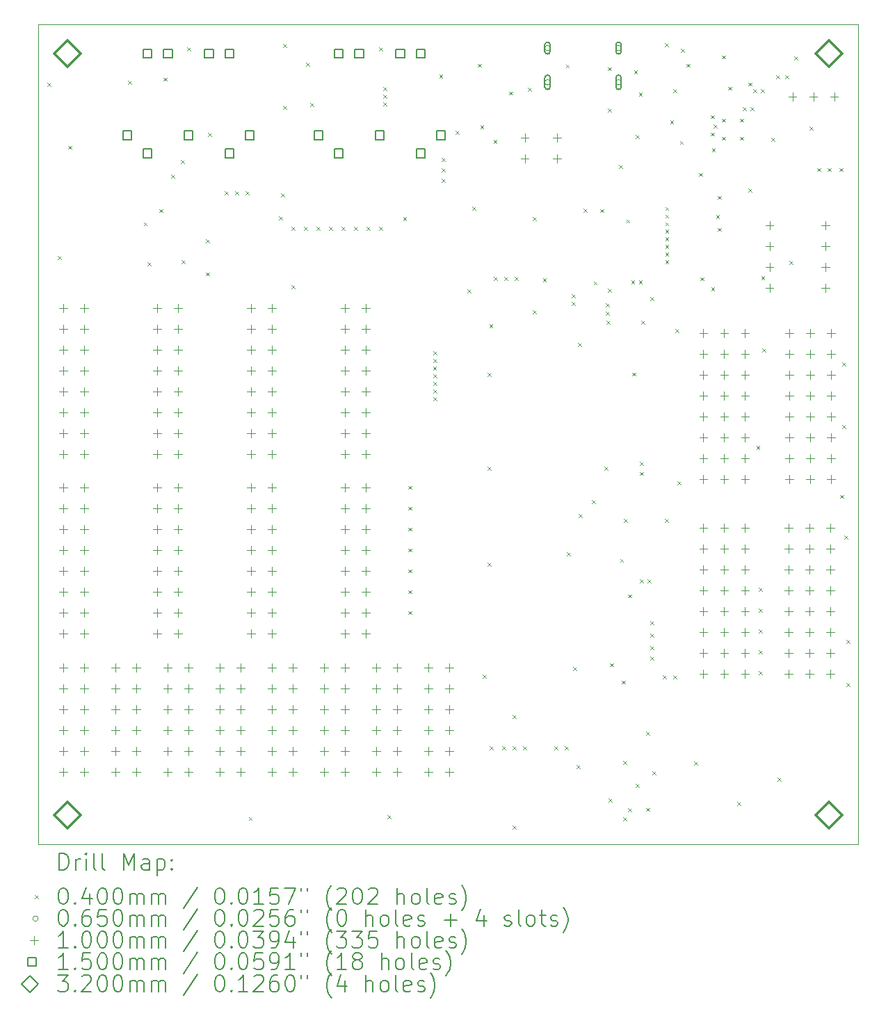
<source format=gbr>
%TF.GenerationSoftware,KiCad,Pcbnew,6.0.9*%
%TF.CreationDate,2022-12-27T21:22:10+01:00*%
%TF.ProjectId,OpenDeck-r2.2.1,4f70656e-4465-4636-9b2d-72322e322e30,rev?*%
%TF.SameCoordinates,Original*%
%TF.FileFunction,Drillmap*%
%TF.FilePolarity,Positive*%
%FSLAX45Y45*%
G04 Gerber Fmt 4.5, Leading zero omitted, Abs format (unit mm)*
G04 Created by KiCad (PCBNEW 6.0.9) date 2022-12-27 21:22:10*
%MOMM*%
%LPD*%
G01*
G04 APERTURE LIST*
%ADD10C,0.050000*%
%ADD11C,0.200000*%
%ADD12C,0.040000*%
%ADD13C,0.065000*%
%ADD14C,0.100000*%
%ADD15C,0.150000*%
%ADD16C,0.320000*%
G04 APERTURE END LIST*
D10*
X9859010Y-15491460D02*
X9859010Y-5509260D01*
X19841210Y-15491460D02*
X9859010Y-15491460D01*
X9859010Y-5509260D02*
X19841210Y-5509260D01*
X19841210Y-5509260D02*
X19841210Y-15491460D01*
D11*
D12*
X9966010Y-6225860D02*
X10006010Y-6265860D01*
X10006010Y-6225860D02*
X9966010Y-6265860D01*
X10093010Y-8334060D02*
X10133010Y-8374060D01*
X10133010Y-8334060D02*
X10093010Y-8374060D01*
X10220000Y-6990000D02*
X10260000Y-7030000D01*
X10260000Y-6990000D02*
X10220000Y-7030000D01*
X10950000Y-6200000D02*
X10990000Y-6240000D01*
X10990000Y-6200000D02*
X10950000Y-6240000D01*
X11140000Y-7920000D02*
X11180000Y-7960000D01*
X11180000Y-7920000D02*
X11140000Y-7960000D01*
X11185210Y-8410260D02*
X11225210Y-8450260D01*
X11225210Y-8410260D02*
X11185210Y-8450260D01*
X11330000Y-7760000D02*
X11370000Y-7800000D01*
X11370000Y-7760000D02*
X11330000Y-7800000D01*
X11380000Y-6160000D02*
X11420000Y-6200000D01*
X11420000Y-6160000D02*
X11380000Y-6200000D01*
X11476540Y-7343460D02*
X11516540Y-7383460D01*
X11516540Y-7343460D02*
X11476540Y-7383460D01*
X11591610Y-7165660D02*
X11631610Y-7205660D01*
X11631610Y-7165660D02*
X11591610Y-7205660D01*
X11600000Y-8380000D02*
X11640000Y-8420000D01*
X11640000Y-8380000D02*
X11600000Y-8420000D01*
X11667810Y-5794060D02*
X11707810Y-5834060D01*
X11707810Y-5794060D02*
X11667810Y-5834060D01*
X11896410Y-8130860D02*
X11936410Y-8170860D01*
X11936410Y-8130860D02*
X11896410Y-8170860D01*
X11900000Y-8530000D02*
X11940000Y-8570000D01*
X11940000Y-8530000D02*
X11900000Y-8570000D01*
X11921810Y-6835460D02*
X11961810Y-6875460D01*
X11961810Y-6835460D02*
X11921810Y-6875460D01*
X12125010Y-7546660D02*
X12165010Y-7586660D01*
X12165010Y-7546660D02*
X12125010Y-7586660D01*
X12252010Y-7546660D02*
X12292010Y-7586660D01*
X12292010Y-7546660D02*
X12252010Y-7586660D01*
X12379010Y-7546660D02*
X12419010Y-7586660D01*
X12419010Y-7546660D02*
X12379010Y-7586660D01*
X12420000Y-15160000D02*
X12460000Y-15200000D01*
X12460000Y-15160000D02*
X12420000Y-15200000D01*
X12785410Y-7851460D02*
X12825410Y-7891460D01*
X12825410Y-7851460D02*
X12785410Y-7891460D01*
X12810810Y-7572060D02*
X12850810Y-7612060D01*
X12850810Y-7572060D02*
X12810810Y-7612060D01*
X12840000Y-5750000D02*
X12880000Y-5790000D01*
X12880000Y-5750000D02*
X12840000Y-5790000D01*
X12840000Y-6500000D02*
X12880000Y-6540000D01*
X12880000Y-6500000D02*
X12840000Y-6540000D01*
X12937810Y-7978460D02*
X12977810Y-8018460D01*
X12977810Y-7978460D02*
X12937810Y-8018460D01*
X12940000Y-8690000D02*
X12980000Y-8730000D01*
X12980000Y-8690000D02*
X12940000Y-8730000D01*
X13090210Y-7978460D02*
X13130210Y-8018460D01*
X13130210Y-7978460D02*
X13090210Y-8018460D01*
X13120000Y-5980000D02*
X13160000Y-6020000D01*
X13160000Y-5980000D02*
X13120000Y-6020000D01*
X13170000Y-6470000D02*
X13210000Y-6510000D01*
X13210000Y-6470000D02*
X13170000Y-6510000D01*
X13242610Y-7978460D02*
X13282610Y-8018460D01*
X13282610Y-7978460D02*
X13242610Y-8018460D01*
X13395010Y-7978460D02*
X13435010Y-8018460D01*
X13435010Y-7978460D02*
X13395010Y-8018460D01*
X13547410Y-7978460D02*
X13587410Y-8018460D01*
X13587410Y-7978460D02*
X13547410Y-8018460D01*
X13699810Y-7978460D02*
X13739810Y-8018460D01*
X13739810Y-7978460D02*
X13699810Y-8018460D01*
X13852210Y-7978460D02*
X13892210Y-8018460D01*
X13892210Y-7978460D02*
X13852210Y-8018460D01*
X14004610Y-5794060D02*
X14044610Y-5834060D01*
X14044610Y-5794060D02*
X14004610Y-5834060D01*
X14004610Y-7978460D02*
X14044610Y-8018460D01*
X14044610Y-7978460D02*
X14004610Y-8018460D01*
X14060000Y-6274699D02*
X14100000Y-6314699D01*
X14100000Y-6274699D02*
X14060000Y-6314699D01*
X14060000Y-6367350D02*
X14100000Y-6407350D01*
X14100000Y-6367350D02*
X14060000Y-6407350D01*
X14060000Y-6460000D02*
X14100000Y-6500000D01*
X14100000Y-6460000D02*
X14060000Y-6500000D01*
X14110000Y-15140000D02*
X14150000Y-15180000D01*
X14150000Y-15140000D02*
X14110000Y-15180000D01*
X14300000Y-7860000D02*
X14340000Y-7900000D01*
X14340000Y-7860000D02*
X14300000Y-7900000D01*
X14360000Y-11130600D02*
X14400000Y-11170600D01*
X14400000Y-11130600D02*
X14360000Y-11170600D01*
X14360000Y-11384600D02*
X14400000Y-11424600D01*
X14400000Y-11384600D02*
X14360000Y-11424600D01*
X14360000Y-11638600D02*
X14400000Y-11678600D01*
X14400000Y-11638600D02*
X14360000Y-11678600D01*
X14360000Y-11892600D02*
X14400000Y-11932600D01*
X14400000Y-11892600D02*
X14360000Y-11932600D01*
X14360000Y-12146600D02*
X14400000Y-12186600D01*
X14400000Y-12146600D02*
X14360000Y-12186600D01*
X14360000Y-12400600D02*
X14400000Y-12440600D01*
X14400000Y-12400600D02*
X14360000Y-12440600D01*
X14360000Y-12654600D02*
X14400000Y-12694600D01*
X14400000Y-12654600D02*
X14360000Y-12694600D01*
X14664124Y-9678264D02*
X14704124Y-9718264D01*
X14704124Y-9678264D02*
X14664124Y-9718264D01*
X14666501Y-9770883D02*
X14706501Y-9810883D01*
X14706501Y-9770883D02*
X14666501Y-9810883D01*
X14666813Y-9493002D02*
X14706813Y-9533002D01*
X14706813Y-9493002D02*
X14666813Y-9533002D01*
X14666813Y-9585652D02*
X14706813Y-9625652D01*
X14706813Y-9585652D02*
X14666813Y-9625652D01*
X14668576Y-9863510D02*
X14708576Y-9903510D01*
X14708576Y-9863510D02*
X14668576Y-9903510D01*
X14669986Y-9956150D02*
X14709986Y-9996150D01*
X14709986Y-9956150D02*
X14669986Y-9996150D01*
X14670000Y-10048800D02*
X14710000Y-10088800D01*
X14710000Y-10048800D02*
X14670000Y-10088800D01*
X14740000Y-6120000D02*
X14780000Y-6160000D01*
X14780000Y-6120000D02*
X14740000Y-6160000D01*
X14766610Y-7140260D02*
X14806610Y-7180260D01*
X14806610Y-7140260D02*
X14766610Y-7180260D01*
X14766610Y-7267260D02*
X14806610Y-7307260D01*
X14806610Y-7267260D02*
X14766610Y-7307260D01*
X14766610Y-7394260D02*
X14806610Y-7434260D01*
X14806610Y-7394260D02*
X14766610Y-7434260D01*
X14940000Y-6810000D02*
X14980000Y-6850000D01*
X14980000Y-6810000D02*
X14940000Y-6850000D01*
X15080000Y-8740000D02*
X15120000Y-8780000D01*
X15120000Y-8740000D02*
X15080000Y-8780000D01*
X15140000Y-7730000D02*
X15180000Y-7770000D01*
X15180000Y-7730000D02*
X15140000Y-7770000D01*
X15210000Y-5990000D02*
X15250000Y-6030000D01*
X15250000Y-5990000D02*
X15210000Y-6030000D01*
X15240000Y-6740000D02*
X15280000Y-6780000D01*
X15280000Y-6740000D02*
X15240000Y-6780000D01*
X15270000Y-13430000D02*
X15310000Y-13470000D01*
X15310000Y-13430000D02*
X15270000Y-13470000D01*
X15325410Y-9756460D02*
X15365410Y-9796460D01*
X15365410Y-9756460D02*
X15325410Y-9796460D01*
X15325410Y-10899460D02*
X15365410Y-10939460D01*
X15365410Y-10899460D02*
X15325410Y-10939460D01*
X15325410Y-12067860D02*
X15365410Y-12107860D01*
X15365410Y-12067860D02*
X15325410Y-12107860D01*
X15350000Y-9160000D02*
X15390000Y-9200000D01*
X15390000Y-9160000D02*
X15350000Y-9200000D01*
X15350810Y-14303060D02*
X15390810Y-14343060D01*
X15390810Y-14303060D02*
X15350810Y-14343060D01*
X15400000Y-6920000D02*
X15440000Y-6960000D01*
X15440000Y-6920000D02*
X15400000Y-6960000D01*
X15401610Y-8588060D02*
X15441610Y-8628060D01*
X15441610Y-8588060D02*
X15401610Y-8628060D01*
X15503210Y-14303060D02*
X15543210Y-14343060D01*
X15543210Y-14303060D02*
X15503210Y-14343060D01*
X15528610Y-8588060D02*
X15568610Y-8628060D01*
X15568610Y-8588060D02*
X15528610Y-8628060D01*
X15590000Y-6330000D02*
X15630000Y-6370000D01*
X15630000Y-6330000D02*
X15590000Y-6370000D01*
X15630210Y-13922060D02*
X15670210Y-13962060D01*
X15670210Y-13922060D02*
X15630210Y-13962060D01*
X15630210Y-14303060D02*
X15670210Y-14343060D01*
X15670210Y-14303060D02*
X15630210Y-14343060D01*
X15630210Y-15268260D02*
X15670210Y-15308260D01*
X15670210Y-15268260D02*
X15630210Y-15308260D01*
X15655610Y-8588060D02*
X15695610Y-8628060D01*
X15695610Y-8588060D02*
X15655610Y-8628060D01*
X15757210Y-14303060D02*
X15797210Y-14343060D01*
X15797210Y-14303060D02*
X15757210Y-14343060D01*
X15820000Y-6280000D02*
X15860000Y-6320000D01*
X15860000Y-6280000D02*
X15820000Y-6320000D01*
X15878637Y-7858009D02*
X15918637Y-7898009D01*
X15918637Y-7858009D02*
X15878637Y-7898009D01*
X15880000Y-8990000D02*
X15920000Y-9030000D01*
X15920000Y-8990000D02*
X15880000Y-9030000D01*
X16000000Y-8600000D02*
X16040000Y-8640000D01*
X16040000Y-8600000D02*
X16000000Y-8640000D01*
X16138210Y-14303060D02*
X16178210Y-14343060D01*
X16178210Y-14303060D02*
X16138210Y-14343060D01*
X16265210Y-14303060D02*
X16305210Y-14343060D01*
X16305210Y-14303060D02*
X16265210Y-14343060D01*
X16280000Y-6000000D02*
X16320000Y-6040000D01*
X16320000Y-6000000D02*
X16280000Y-6040000D01*
X16290610Y-11940860D02*
X16330610Y-11980860D01*
X16330610Y-11940860D02*
X16290610Y-11980860D01*
X16350000Y-8797350D02*
X16390000Y-8837350D01*
X16390000Y-8797350D02*
X16350000Y-8837350D01*
X16350000Y-8890000D02*
X16390000Y-8930000D01*
X16390000Y-8890000D02*
X16350000Y-8930000D01*
X16366810Y-13337860D02*
X16406810Y-13377860D01*
X16406810Y-13337860D02*
X16366810Y-13377860D01*
X16410000Y-14530000D02*
X16450000Y-14570000D01*
X16450000Y-14530000D02*
X16410000Y-14570000D01*
X16430000Y-9390000D02*
X16470000Y-9430000D01*
X16470000Y-9390000D02*
X16430000Y-9430000D01*
X16440000Y-11470000D02*
X16480000Y-11510000D01*
X16480000Y-11470000D02*
X16440000Y-11510000D01*
X16495000Y-7755000D02*
X16535000Y-7795000D01*
X16535000Y-7755000D02*
X16495000Y-7795000D01*
X16595410Y-11305860D02*
X16635410Y-11345860D01*
X16635410Y-11305860D02*
X16595410Y-11345860D01*
X16620000Y-8640000D02*
X16660000Y-8680000D01*
X16660000Y-8640000D02*
X16620000Y-8680000D01*
X16700000Y-7760000D02*
X16740000Y-7800000D01*
X16740000Y-7760000D02*
X16700000Y-7800000D01*
X16747810Y-10899460D02*
X16787810Y-10939460D01*
X16787810Y-10899460D02*
X16747810Y-10939460D01*
X16770000Y-8910000D02*
X16810000Y-8950000D01*
X16810000Y-8910000D02*
X16770000Y-8950000D01*
X16770000Y-9010000D02*
X16810000Y-9050000D01*
X16810000Y-9010000D02*
X16770000Y-9050000D01*
X16773210Y-9121460D02*
X16813210Y-9161460D01*
X16813210Y-9121460D02*
X16773210Y-9161460D01*
X16790000Y-6534170D02*
X16830000Y-6574170D01*
X16830000Y-6534170D02*
X16790000Y-6574170D01*
X16790000Y-8730000D02*
X16830000Y-8770000D01*
X16830000Y-8730000D02*
X16790000Y-8770000D01*
X16792112Y-6034223D02*
X16832112Y-6074223D01*
X16832112Y-6034223D02*
X16792112Y-6074223D01*
X16798610Y-14938060D02*
X16838610Y-14978060D01*
X16838610Y-14938060D02*
X16798610Y-14978060D01*
X16820000Y-13290000D02*
X16860000Y-13330000D01*
X16860000Y-13290000D02*
X16820000Y-13330000D01*
X16930000Y-7220000D02*
X16970000Y-7260000D01*
X16970000Y-7220000D02*
X16930000Y-7260000D01*
X16940000Y-12020000D02*
X16980000Y-12060000D01*
X16980000Y-12020000D02*
X16940000Y-12060000D01*
X16960000Y-13500000D02*
X17000000Y-13540000D01*
X17000000Y-13500000D02*
X16960000Y-13540000D01*
X16976410Y-14480860D02*
X17016410Y-14520860D01*
X17016410Y-14480860D02*
X16976410Y-14520860D01*
X16976410Y-15166660D02*
X17016410Y-15206660D01*
X17016410Y-15166660D02*
X16976410Y-15206660D01*
X16990000Y-11530000D02*
X17030000Y-11570000D01*
X17030000Y-11530000D02*
X16990000Y-11570000D01*
X17017140Y-7887140D02*
X17057140Y-7927140D01*
X17057140Y-7887140D02*
X17017140Y-7927140D01*
X17040000Y-12450000D02*
X17080000Y-12490000D01*
X17080000Y-12450000D02*
X17040000Y-12490000D01*
X17040663Y-15053112D02*
X17080663Y-15093112D01*
X17080663Y-15053112D02*
X17040663Y-15093112D01*
X17077350Y-8630000D02*
X17117350Y-8670000D01*
X17117350Y-8630000D02*
X17077350Y-8670000D01*
X17090000Y-9750000D02*
X17130000Y-9790000D01*
X17130000Y-9750000D02*
X17090000Y-9790000D01*
X17110000Y-6070000D02*
X17150000Y-6110000D01*
X17150000Y-6070000D02*
X17110000Y-6110000D01*
X17128810Y-14760260D02*
X17168810Y-14800260D01*
X17168810Y-14760260D02*
X17128810Y-14800260D01*
X17130000Y-6860000D02*
X17170000Y-6900000D01*
X17170000Y-6860000D02*
X17130000Y-6900000D01*
X17170000Y-6340000D02*
X17210000Y-6380000D01*
X17210000Y-6340000D02*
X17170000Y-6380000D01*
X17170000Y-8630000D02*
X17210000Y-8670000D01*
X17210000Y-8630000D02*
X17170000Y-8670000D01*
X17180000Y-10840000D02*
X17220000Y-10880000D01*
X17220000Y-10840000D02*
X17180000Y-10880000D01*
X17180000Y-10960000D02*
X17220000Y-11000000D01*
X17220000Y-10960000D02*
X17180000Y-11000000D01*
X17180000Y-12271060D02*
X17220000Y-12311060D01*
X17220000Y-12271060D02*
X17180000Y-12311060D01*
X17200000Y-9120000D02*
X17240000Y-9160000D01*
X17240000Y-9120000D02*
X17200000Y-9160000D01*
X17255810Y-14125260D02*
X17295810Y-14165260D01*
X17295810Y-14125260D02*
X17255810Y-14165260D01*
X17260000Y-15050000D02*
X17300000Y-15090000D01*
X17300000Y-15050000D02*
X17260000Y-15090000D01*
X17272644Y-12269969D02*
X17312644Y-12309969D01*
X17312644Y-12269969D02*
X17272644Y-12309969D01*
X17306610Y-12779060D02*
X17346610Y-12819060D01*
X17346610Y-12779060D02*
X17306610Y-12819060D01*
X17306610Y-12931460D02*
X17346610Y-12971460D01*
X17346610Y-12931460D02*
X17306610Y-12971460D01*
X17306610Y-13083860D02*
X17346610Y-13123860D01*
X17346610Y-13083860D02*
X17306610Y-13123860D01*
X17306610Y-13210860D02*
X17346610Y-13250860D01*
X17346610Y-13210860D02*
X17306610Y-13250860D01*
X17310000Y-8830000D02*
X17350000Y-8870000D01*
X17350000Y-8830000D02*
X17310000Y-8870000D01*
X17332010Y-14607860D02*
X17372010Y-14647860D01*
X17372010Y-14607860D02*
X17332010Y-14647860D01*
X17459010Y-13439460D02*
X17499010Y-13479460D01*
X17499010Y-13439460D02*
X17459010Y-13479460D01*
X17484410Y-5740000D02*
X17524410Y-5780000D01*
X17524410Y-5740000D02*
X17484410Y-5780000D01*
X17484410Y-11534460D02*
X17524410Y-11574460D01*
X17524410Y-11534460D02*
X17484410Y-11574460D01*
X17490000Y-7734699D02*
X17530000Y-7774699D01*
X17530000Y-7734699D02*
X17490000Y-7774699D01*
X17490000Y-7827350D02*
X17530000Y-7867350D01*
X17530000Y-7827350D02*
X17490000Y-7867350D01*
X17490000Y-7920000D02*
X17530000Y-7960000D01*
X17530000Y-7920000D02*
X17490000Y-7960000D01*
X17490000Y-8012650D02*
X17530000Y-8052650D01*
X17530000Y-8012650D02*
X17490000Y-8052650D01*
X17490000Y-8105301D02*
X17530000Y-8145301D01*
X17530000Y-8105301D02*
X17490000Y-8145301D01*
X17490000Y-8197951D02*
X17530000Y-8237951D01*
X17530000Y-8197951D02*
X17490000Y-8237951D01*
X17490000Y-8290601D02*
X17530000Y-8330601D01*
X17530000Y-8290601D02*
X17490000Y-8330601D01*
X17490000Y-8383251D02*
X17530000Y-8423252D01*
X17530000Y-8383251D02*
X17490000Y-8423252D01*
X17550587Y-6680587D02*
X17590587Y-6720587D01*
X17590587Y-6680587D02*
X17550587Y-6720587D01*
X17586010Y-13439460D02*
X17626010Y-13479460D01*
X17626010Y-13439460D02*
X17586010Y-13479460D01*
X17590000Y-6300000D02*
X17630000Y-6340000D01*
X17630000Y-6300000D02*
X17590000Y-6340000D01*
X17611410Y-9223060D02*
X17651410Y-9263060D01*
X17651410Y-9223060D02*
X17611410Y-9263060D01*
X17636810Y-11077260D02*
X17676810Y-11117260D01*
X17676810Y-11077260D02*
X17636810Y-11117260D01*
X17670000Y-6930000D02*
X17710000Y-6970000D01*
X17710000Y-6930000D02*
X17670000Y-6970000D01*
X17680000Y-5810000D02*
X17720000Y-5850000D01*
X17720000Y-5810000D02*
X17680000Y-5850000D01*
X17750000Y-5990000D02*
X17790000Y-6030000D01*
X17790000Y-5990000D02*
X17750000Y-6030000D01*
X17840000Y-14490000D02*
X17880000Y-14530000D01*
X17880000Y-14490000D02*
X17840000Y-14530000D01*
X17900000Y-7320000D02*
X17940000Y-7360000D01*
X17940000Y-7320000D02*
X17900000Y-7360000D01*
X17920000Y-8590000D02*
X17960000Y-8630000D01*
X17960000Y-8590000D02*
X17920000Y-8630000D01*
X18042650Y-6617350D02*
X18082650Y-6657350D01*
X18082650Y-6617350D02*
X18042650Y-6657350D01*
X18042650Y-6830000D02*
X18082650Y-6870000D01*
X18082650Y-6830000D02*
X18042650Y-6870000D01*
X18050000Y-8710000D02*
X18090000Y-8750000D01*
X18090000Y-8710000D02*
X18050000Y-8750000D01*
X18058634Y-7017703D02*
X18098634Y-7057703D01*
X18098634Y-7017703D02*
X18058634Y-7057703D01*
X18077350Y-6730000D02*
X18117350Y-6770000D01*
X18117350Y-6730000D02*
X18077350Y-6770000D01*
X18110000Y-7830000D02*
X18150000Y-7870000D01*
X18150000Y-7830000D02*
X18110000Y-7870000D01*
X18130000Y-7600000D02*
X18170000Y-7640000D01*
X18170000Y-7600000D02*
X18130000Y-7640000D01*
X18130000Y-7990000D02*
X18170000Y-8030000D01*
X18170000Y-7990000D02*
X18130000Y-8030000D01*
X18180000Y-5890000D02*
X18220000Y-5930000D01*
X18220000Y-5890000D02*
X18180000Y-5930000D01*
X18180000Y-6660000D02*
X18220000Y-6700000D01*
X18220000Y-6660000D02*
X18180000Y-6700000D01*
X18180000Y-6880000D02*
X18220000Y-6920000D01*
X18220000Y-6880000D02*
X18180000Y-6920000D01*
X18260000Y-6270000D02*
X18300000Y-6310000D01*
X18300000Y-6270000D02*
X18260000Y-6310000D01*
X18370000Y-14980000D02*
X18410000Y-15020000D01*
X18410000Y-14980000D02*
X18370000Y-15020000D01*
X18400000Y-6660000D02*
X18440000Y-6700000D01*
X18440000Y-6660000D02*
X18400000Y-6700000D01*
X18400000Y-6880000D02*
X18440000Y-6920000D01*
X18440000Y-6880000D02*
X18400000Y-6920000D01*
X18436935Y-6522618D02*
X18476935Y-6562618D01*
X18476935Y-6522618D02*
X18436935Y-6562618D01*
X18500000Y-6220000D02*
X18540000Y-6260000D01*
X18540000Y-6220000D02*
X18500000Y-6260000D01*
X18500000Y-7510000D02*
X18540000Y-7550000D01*
X18540000Y-7510000D02*
X18500000Y-7550000D01*
X18529584Y-6522189D02*
X18569584Y-6562189D01*
X18569584Y-6522189D02*
X18529584Y-6562189D01*
X18560000Y-6300000D02*
X18600000Y-6340000D01*
X18600000Y-6300000D02*
X18560000Y-6340000D01*
X18600000Y-10645460D02*
X18640000Y-10685460D01*
X18640000Y-10645460D02*
X18600000Y-10685460D01*
X18627410Y-12372660D02*
X18667410Y-12412660D01*
X18667410Y-12372660D02*
X18627410Y-12412660D01*
X18627410Y-12626660D02*
X18667410Y-12666660D01*
X18667410Y-12626660D02*
X18627410Y-12666660D01*
X18627410Y-12880660D02*
X18667410Y-12920660D01*
X18667410Y-12880660D02*
X18627410Y-12920660D01*
X18627410Y-13134660D02*
X18667410Y-13174660D01*
X18667410Y-13134660D02*
X18627410Y-13174660D01*
X18627410Y-13388660D02*
X18667410Y-13428660D01*
X18667410Y-13388660D02*
X18627410Y-13428660D01*
X18652650Y-6300000D02*
X18692650Y-6340000D01*
X18692650Y-6300000D02*
X18652650Y-6340000D01*
X18660000Y-8580000D02*
X18700000Y-8620000D01*
X18700000Y-8580000D02*
X18660000Y-8620000D01*
X18670000Y-9460000D02*
X18710000Y-9500000D01*
X18710000Y-9460000D02*
X18670000Y-9500000D01*
X18780000Y-6890000D02*
X18820000Y-6930000D01*
X18820000Y-6890000D02*
X18780000Y-6930000D01*
X18840000Y-6130000D02*
X18880000Y-6170000D01*
X18880000Y-6130000D02*
X18840000Y-6170000D01*
X18860000Y-14680000D02*
X18900000Y-14720000D01*
X18900000Y-14680000D02*
X18860000Y-14720000D01*
X18950000Y-6130000D02*
X18990000Y-6170000D01*
X18990000Y-6130000D02*
X18950000Y-6170000D01*
X19000000Y-8390000D02*
X19040000Y-8430000D01*
X19040000Y-8390000D02*
X19000000Y-8430000D01*
X19060000Y-5900000D02*
X19100000Y-5940000D01*
X19100000Y-5900000D02*
X19060000Y-5940000D01*
X19250000Y-6760000D02*
X19290000Y-6800000D01*
X19290000Y-6760000D02*
X19250000Y-6800000D01*
X19340000Y-7260000D02*
X19380000Y-7300000D01*
X19380000Y-7260000D02*
X19340000Y-7300000D01*
X19470000Y-7260000D02*
X19510000Y-7300000D01*
X19510000Y-7260000D02*
X19470000Y-7300000D01*
X19610000Y-7260000D02*
X19650000Y-7300000D01*
X19650000Y-7260000D02*
X19610000Y-7300000D01*
X19620000Y-11240000D02*
X19660000Y-11280000D01*
X19660000Y-11240000D02*
X19620000Y-11280000D01*
X19643410Y-9629460D02*
X19683410Y-9669460D01*
X19683410Y-9629460D02*
X19643410Y-9669460D01*
X19643410Y-10391460D02*
X19683410Y-10431460D01*
X19683410Y-10391460D02*
X19643410Y-10431460D01*
X19668810Y-11737660D02*
X19708810Y-11777660D01*
X19708810Y-11737660D02*
X19668810Y-11777660D01*
X19694210Y-13007660D02*
X19734210Y-13047660D01*
X19734210Y-13007660D02*
X19694210Y-13047660D01*
X19694210Y-13528360D02*
X19734210Y-13568360D01*
X19734210Y-13528360D02*
X19694210Y-13568360D01*
D13*
X16090000Y-5800000D02*
G75*
G03*
X16090000Y-5800000I-32500J0D01*
G01*
D11*
X16090000Y-5840000D02*
X16090000Y-5760000D01*
X16025000Y-5840000D02*
X16025000Y-5760000D01*
X16090000Y-5760000D02*
G75*
G03*
X16025000Y-5760000I-32500J0D01*
G01*
X16025000Y-5840000D02*
G75*
G03*
X16090000Y-5840000I32500J0D01*
G01*
D13*
X16090000Y-6217000D02*
G75*
G03*
X16090000Y-6217000I-32500J0D01*
G01*
D11*
X16090000Y-6272000D02*
X16090000Y-6162000D01*
X16025000Y-6272000D02*
X16025000Y-6162000D01*
X16090000Y-6162000D02*
G75*
G03*
X16025000Y-6162000I-32500J0D01*
G01*
X16025000Y-6272000D02*
G75*
G03*
X16090000Y-6272000I32500J0D01*
G01*
D13*
X16955000Y-5800000D02*
G75*
G03*
X16955000Y-5800000I-32500J0D01*
G01*
D11*
X16955000Y-5840000D02*
X16955000Y-5760000D01*
X16890000Y-5840000D02*
X16890000Y-5760000D01*
X16955000Y-5760000D02*
G75*
G03*
X16890000Y-5760000I-32500J0D01*
G01*
X16890000Y-5840000D02*
G75*
G03*
X16955000Y-5840000I32500J0D01*
G01*
D13*
X16955000Y-6217000D02*
G75*
G03*
X16955000Y-6217000I-32500J0D01*
G01*
D11*
X16955000Y-6272000D02*
X16955000Y-6162000D01*
X16890000Y-6272000D02*
X16890000Y-6162000D01*
X16955000Y-6162000D02*
G75*
G03*
X16890000Y-6162000I-32500J0D01*
G01*
X16890000Y-6272000D02*
G75*
G03*
X16955000Y-6272000I32500J0D01*
G01*
D14*
X10160000Y-8916200D02*
X10160000Y-9016200D01*
X10110000Y-8966200D02*
X10210000Y-8966200D01*
X10160000Y-9170200D02*
X10160000Y-9270200D01*
X10110000Y-9220200D02*
X10210000Y-9220200D01*
X10160000Y-9424200D02*
X10160000Y-9524200D01*
X10110000Y-9474200D02*
X10210000Y-9474200D01*
X10160000Y-9678200D02*
X10160000Y-9778200D01*
X10110000Y-9728200D02*
X10210000Y-9728200D01*
X10160000Y-9932200D02*
X10160000Y-10032200D01*
X10110000Y-9982200D02*
X10210000Y-9982200D01*
X10160000Y-10186200D02*
X10160000Y-10286200D01*
X10110000Y-10236200D02*
X10210000Y-10236200D01*
X10160000Y-10440200D02*
X10160000Y-10540200D01*
X10110000Y-10490200D02*
X10210000Y-10490200D01*
X10160000Y-10694200D02*
X10160000Y-10794200D01*
X10110000Y-10744200D02*
X10210000Y-10744200D01*
X10160000Y-11100600D02*
X10160000Y-11200600D01*
X10110000Y-11150600D02*
X10210000Y-11150600D01*
X10160000Y-11354600D02*
X10160000Y-11454600D01*
X10110000Y-11404600D02*
X10210000Y-11404600D01*
X10160000Y-11608600D02*
X10160000Y-11708600D01*
X10110000Y-11658600D02*
X10210000Y-11658600D01*
X10160000Y-11862600D02*
X10160000Y-11962600D01*
X10110000Y-11912600D02*
X10210000Y-11912600D01*
X10160000Y-12116600D02*
X10160000Y-12216600D01*
X10110000Y-12166600D02*
X10210000Y-12166600D01*
X10160000Y-12370600D02*
X10160000Y-12470600D01*
X10110000Y-12420600D02*
X10210000Y-12420600D01*
X10160000Y-12624600D02*
X10160000Y-12724600D01*
X10110000Y-12674600D02*
X10210000Y-12674600D01*
X10160000Y-12878600D02*
X10160000Y-12978600D01*
X10110000Y-12928600D02*
X10210000Y-12928600D01*
X10160000Y-13290000D02*
X10160000Y-13390000D01*
X10110000Y-13340000D02*
X10210000Y-13340000D01*
X10160000Y-13544000D02*
X10160000Y-13644000D01*
X10110000Y-13594000D02*
X10210000Y-13594000D01*
X10160000Y-13798000D02*
X10160000Y-13898000D01*
X10110000Y-13848000D02*
X10210000Y-13848000D01*
X10160000Y-14052000D02*
X10160000Y-14152000D01*
X10110000Y-14102000D02*
X10210000Y-14102000D01*
X10160000Y-14306000D02*
X10160000Y-14406000D01*
X10110000Y-14356000D02*
X10210000Y-14356000D01*
X10160000Y-14560000D02*
X10160000Y-14660000D01*
X10110000Y-14610000D02*
X10210000Y-14610000D01*
X10414000Y-8916200D02*
X10414000Y-9016200D01*
X10364000Y-8966200D02*
X10464000Y-8966200D01*
X10414000Y-9170200D02*
X10414000Y-9270200D01*
X10364000Y-9220200D02*
X10464000Y-9220200D01*
X10414000Y-9424200D02*
X10414000Y-9524200D01*
X10364000Y-9474200D02*
X10464000Y-9474200D01*
X10414000Y-9678200D02*
X10414000Y-9778200D01*
X10364000Y-9728200D02*
X10464000Y-9728200D01*
X10414000Y-9932200D02*
X10414000Y-10032200D01*
X10364000Y-9982200D02*
X10464000Y-9982200D01*
X10414000Y-10186200D02*
X10414000Y-10286200D01*
X10364000Y-10236200D02*
X10464000Y-10236200D01*
X10414000Y-10440200D02*
X10414000Y-10540200D01*
X10364000Y-10490200D02*
X10464000Y-10490200D01*
X10414000Y-10694200D02*
X10414000Y-10794200D01*
X10364000Y-10744200D02*
X10464000Y-10744200D01*
X10414000Y-11100600D02*
X10414000Y-11200600D01*
X10364000Y-11150600D02*
X10464000Y-11150600D01*
X10414000Y-11354600D02*
X10414000Y-11454600D01*
X10364000Y-11404600D02*
X10464000Y-11404600D01*
X10414000Y-11608600D02*
X10414000Y-11708600D01*
X10364000Y-11658600D02*
X10464000Y-11658600D01*
X10414000Y-11862600D02*
X10414000Y-11962600D01*
X10364000Y-11912600D02*
X10464000Y-11912600D01*
X10414000Y-12116600D02*
X10414000Y-12216600D01*
X10364000Y-12166600D02*
X10464000Y-12166600D01*
X10414000Y-12370600D02*
X10414000Y-12470600D01*
X10364000Y-12420600D02*
X10464000Y-12420600D01*
X10414000Y-12624600D02*
X10414000Y-12724600D01*
X10364000Y-12674600D02*
X10464000Y-12674600D01*
X10414000Y-12878600D02*
X10414000Y-12978600D01*
X10364000Y-12928600D02*
X10464000Y-12928600D01*
X10414000Y-13290000D02*
X10414000Y-13390000D01*
X10364000Y-13340000D02*
X10464000Y-13340000D01*
X10414000Y-13544000D02*
X10414000Y-13644000D01*
X10364000Y-13594000D02*
X10464000Y-13594000D01*
X10414000Y-13798000D02*
X10414000Y-13898000D01*
X10364000Y-13848000D02*
X10464000Y-13848000D01*
X10414000Y-14052000D02*
X10414000Y-14152000D01*
X10364000Y-14102000D02*
X10464000Y-14102000D01*
X10414000Y-14306000D02*
X10414000Y-14406000D01*
X10364000Y-14356000D02*
X10464000Y-14356000D01*
X10414000Y-14560000D02*
X10414000Y-14660000D01*
X10364000Y-14610000D02*
X10464000Y-14610000D01*
X10795000Y-13290000D02*
X10795000Y-13390000D01*
X10745000Y-13340000D02*
X10845000Y-13340000D01*
X10795000Y-13544000D02*
X10795000Y-13644000D01*
X10745000Y-13594000D02*
X10845000Y-13594000D01*
X10795000Y-13798000D02*
X10795000Y-13898000D01*
X10745000Y-13848000D02*
X10845000Y-13848000D01*
X10795000Y-14052000D02*
X10795000Y-14152000D01*
X10745000Y-14102000D02*
X10845000Y-14102000D01*
X10795000Y-14306000D02*
X10795000Y-14406000D01*
X10745000Y-14356000D02*
X10845000Y-14356000D01*
X10795000Y-14560000D02*
X10795000Y-14660000D01*
X10745000Y-14610000D02*
X10845000Y-14610000D01*
X11049000Y-13290000D02*
X11049000Y-13390000D01*
X10999000Y-13340000D02*
X11099000Y-13340000D01*
X11049000Y-13544000D02*
X11049000Y-13644000D01*
X10999000Y-13594000D02*
X11099000Y-13594000D01*
X11049000Y-13798000D02*
X11049000Y-13898000D01*
X10999000Y-13848000D02*
X11099000Y-13848000D01*
X11049000Y-14052000D02*
X11049000Y-14152000D01*
X10999000Y-14102000D02*
X11099000Y-14102000D01*
X11049000Y-14306000D02*
X11049000Y-14406000D01*
X10999000Y-14356000D02*
X11099000Y-14356000D01*
X11049000Y-14560000D02*
X11049000Y-14660000D01*
X10999000Y-14610000D02*
X11099000Y-14610000D01*
X11302500Y-8916200D02*
X11302500Y-9016200D01*
X11252500Y-8966200D02*
X11352500Y-8966200D01*
X11302500Y-9170200D02*
X11302500Y-9270200D01*
X11252500Y-9220200D02*
X11352500Y-9220200D01*
X11302500Y-9424200D02*
X11302500Y-9524200D01*
X11252500Y-9474200D02*
X11352500Y-9474200D01*
X11302500Y-9678200D02*
X11302500Y-9778200D01*
X11252500Y-9728200D02*
X11352500Y-9728200D01*
X11302500Y-9932200D02*
X11302500Y-10032200D01*
X11252500Y-9982200D02*
X11352500Y-9982200D01*
X11302500Y-10186200D02*
X11302500Y-10286200D01*
X11252500Y-10236200D02*
X11352500Y-10236200D01*
X11302500Y-10440200D02*
X11302500Y-10540200D01*
X11252500Y-10490200D02*
X11352500Y-10490200D01*
X11302500Y-10694200D02*
X11302500Y-10794200D01*
X11252500Y-10744200D02*
X11352500Y-10744200D01*
X11302500Y-11100600D02*
X11302500Y-11200600D01*
X11252500Y-11150600D02*
X11352500Y-11150600D01*
X11302500Y-11354600D02*
X11302500Y-11454600D01*
X11252500Y-11404600D02*
X11352500Y-11404600D01*
X11302500Y-11608600D02*
X11302500Y-11708600D01*
X11252500Y-11658600D02*
X11352500Y-11658600D01*
X11302500Y-11862600D02*
X11302500Y-11962600D01*
X11252500Y-11912600D02*
X11352500Y-11912600D01*
X11302500Y-12116600D02*
X11302500Y-12216600D01*
X11252500Y-12166600D02*
X11352500Y-12166600D01*
X11302500Y-12370600D02*
X11302500Y-12470600D01*
X11252500Y-12420600D02*
X11352500Y-12420600D01*
X11302500Y-12624600D02*
X11302500Y-12724600D01*
X11252500Y-12674600D02*
X11352500Y-12674600D01*
X11302500Y-12878600D02*
X11302500Y-12978600D01*
X11252500Y-12928600D02*
X11352500Y-12928600D01*
X11430000Y-13290000D02*
X11430000Y-13390000D01*
X11380000Y-13340000D02*
X11480000Y-13340000D01*
X11430000Y-13544000D02*
X11430000Y-13644000D01*
X11380000Y-13594000D02*
X11480000Y-13594000D01*
X11430000Y-13798000D02*
X11430000Y-13898000D01*
X11380000Y-13848000D02*
X11480000Y-13848000D01*
X11430000Y-14052000D02*
X11430000Y-14152000D01*
X11380000Y-14102000D02*
X11480000Y-14102000D01*
X11430000Y-14306000D02*
X11430000Y-14406000D01*
X11380000Y-14356000D02*
X11480000Y-14356000D01*
X11430000Y-14560000D02*
X11430000Y-14660000D01*
X11380000Y-14610000D02*
X11480000Y-14610000D01*
X11556500Y-8916200D02*
X11556500Y-9016200D01*
X11506500Y-8966200D02*
X11606500Y-8966200D01*
X11556500Y-9170200D02*
X11556500Y-9270200D01*
X11506500Y-9220200D02*
X11606500Y-9220200D01*
X11556500Y-9424200D02*
X11556500Y-9524200D01*
X11506500Y-9474200D02*
X11606500Y-9474200D01*
X11556500Y-9678200D02*
X11556500Y-9778200D01*
X11506500Y-9728200D02*
X11606500Y-9728200D01*
X11556500Y-9932200D02*
X11556500Y-10032200D01*
X11506500Y-9982200D02*
X11606500Y-9982200D01*
X11556500Y-10186200D02*
X11556500Y-10286200D01*
X11506500Y-10236200D02*
X11606500Y-10236200D01*
X11556500Y-10440200D02*
X11556500Y-10540200D01*
X11506500Y-10490200D02*
X11606500Y-10490200D01*
X11556500Y-10694200D02*
X11556500Y-10794200D01*
X11506500Y-10744200D02*
X11606500Y-10744200D01*
X11556500Y-11100600D02*
X11556500Y-11200600D01*
X11506500Y-11150600D02*
X11606500Y-11150600D01*
X11556500Y-11354600D02*
X11556500Y-11454600D01*
X11506500Y-11404600D02*
X11606500Y-11404600D01*
X11556500Y-11608600D02*
X11556500Y-11708600D01*
X11506500Y-11658600D02*
X11606500Y-11658600D01*
X11556500Y-11862600D02*
X11556500Y-11962600D01*
X11506500Y-11912600D02*
X11606500Y-11912600D01*
X11556500Y-12116600D02*
X11556500Y-12216600D01*
X11506500Y-12166600D02*
X11606500Y-12166600D01*
X11556500Y-12370600D02*
X11556500Y-12470600D01*
X11506500Y-12420600D02*
X11606500Y-12420600D01*
X11556500Y-12624600D02*
X11556500Y-12724600D01*
X11506500Y-12674600D02*
X11606500Y-12674600D01*
X11556500Y-12878600D02*
X11556500Y-12978600D01*
X11506500Y-12928600D02*
X11606500Y-12928600D01*
X11684000Y-13290000D02*
X11684000Y-13390000D01*
X11634000Y-13340000D02*
X11734000Y-13340000D01*
X11684000Y-13544000D02*
X11684000Y-13644000D01*
X11634000Y-13594000D02*
X11734000Y-13594000D01*
X11684000Y-13798000D02*
X11684000Y-13898000D01*
X11634000Y-13848000D02*
X11734000Y-13848000D01*
X11684000Y-14052000D02*
X11684000Y-14152000D01*
X11634000Y-14102000D02*
X11734000Y-14102000D01*
X11684000Y-14306000D02*
X11684000Y-14406000D01*
X11634000Y-14356000D02*
X11734000Y-14356000D01*
X11684000Y-14560000D02*
X11684000Y-14660000D01*
X11634000Y-14610000D02*
X11734000Y-14610000D01*
X12065000Y-13290000D02*
X12065000Y-13390000D01*
X12015000Y-13340000D02*
X12115000Y-13340000D01*
X12065000Y-13544000D02*
X12065000Y-13644000D01*
X12015000Y-13594000D02*
X12115000Y-13594000D01*
X12065000Y-13798000D02*
X12065000Y-13898000D01*
X12015000Y-13848000D02*
X12115000Y-13848000D01*
X12065000Y-14052000D02*
X12065000Y-14152000D01*
X12015000Y-14102000D02*
X12115000Y-14102000D01*
X12065000Y-14306000D02*
X12065000Y-14406000D01*
X12015000Y-14356000D02*
X12115000Y-14356000D01*
X12065000Y-14560000D02*
X12065000Y-14660000D01*
X12015000Y-14610000D02*
X12115000Y-14610000D01*
X12319000Y-13290000D02*
X12319000Y-13390000D01*
X12269000Y-13340000D02*
X12369000Y-13340000D01*
X12319000Y-13544000D02*
X12319000Y-13644000D01*
X12269000Y-13594000D02*
X12369000Y-13594000D01*
X12319000Y-13798000D02*
X12319000Y-13898000D01*
X12269000Y-13848000D02*
X12369000Y-13848000D01*
X12319000Y-14052000D02*
X12319000Y-14152000D01*
X12269000Y-14102000D02*
X12369000Y-14102000D01*
X12319000Y-14306000D02*
X12319000Y-14406000D01*
X12269000Y-14356000D02*
X12369000Y-14356000D01*
X12319000Y-14560000D02*
X12319000Y-14660000D01*
X12269000Y-14610000D02*
X12369000Y-14610000D01*
X12446000Y-8916200D02*
X12446000Y-9016200D01*
X12396000Y-8966200D02*
X12496000Y-8966200D01*
X12446000Y-9170200D02*
X12446000Y-9270200D01*
X12396000Y-9220200D02*
X12496000Y-9220200D01*
X12446000Y-9424200D02*
X12446000Y-9524200D01*
X12396000Y-9474200D02*
X12496000Y-9474200D01*
X12446000Y-9678200D02*
X12446000Y-9778200D01*
X12396000Y-9728200D02*
X12496000Y-9728200D01*
X12446000Y-9932200D02*
X12446000Y-10032200D01*
X12396000Y-9982200D02*
X12496000Y-9982200D01*
X12446000Y-10186200D02*
X12446000Y-10286200D01*
X12396000Y-10236200D02*
X12496000Y-10236200D01*
X12446000Y-10440200D02*
X12446000Y-10540200D01*
X12396000Y-10490200D02*
X12496000Y-10490200D01*
X12446000Y-10694200D02*
X12446000Y-10794200D01*
X12396000Y-10744200D02*
X12496000Y-10744200D01*
X12446000Y-11100600D02*
X12446000Y-11200600D01*
X12396000Y-11150600D02*
X12496000Y-11150600D01*
X12446000Y-11354600D02*
X12446000Y-11454600D01*
X12396000Y-11404600D02*
X12496000Y-11404600D01*
X12446000Y-11608600D02*
X12446000Y-11708600D01*
X12396000Y-11658600D02*
X12496000Y-11658600D01*
X12446000Y-11862600D02*
X12446000Y-11962600D01*
X12396000Y-11912600D02*
X12496000Y-11912600D01*
X12446000Y-12116600D02*
X12446000Y-12216600D01*
X12396000Y-12166600D02*
X12496000Y-12166600D01*
X12446000Y-12370600D02*
X12446000Y-12470600D01*
X12396000Y-12420600D02*
X12496000Y-12420600D01*
X12446000Y-12624600D02*
X12446000Y-12724600D01*
X12396000Y-12674600D02*
X12496000Y-12674600D01*
X12446000Y-12878600D02*
X12446000Y-12978600D01*
X12396000Y-12928600D02*
X12496000Y-12928600D01*
X12700000Y-8916200D02*
X12700000Y-9016200D01*
X12650000Y-8966200D02*
X12750000Y-8966200D01*
X12700000Y-9170200D02*
X12700000Y-9270200D01*
X12650000Y-9220200D02*
X12750000Y-9220200D01*
X12700000Y-9424200D02*
X12700000Y-9524200D01*
X12650000Y-9474200D02*
X12750000Y-9474200D01*
X12700000Y-9678200D02*
X12700000Y-9778200D01*
X12650000Y-9728200D02*
X12750000Y-9728200D01*
X12700000Y-9932200D02*
X12700000Y-10032200D01*
X12650000Y-9982200D02*
X12750000Y-9982200D01*
X12700000Y-10186200D02*
X12700000Y-10286200D01*
X12650000Y-10236200D02*
X12750000Y-10236200D01*
X12700000Y-10440200D02*
X12700000Y-10540200D01*
X12650000Y-10490200D02*
X12750000Y-10490200D01*
X12700000Y-10694200D02*
X12700000Y-10794200D01*
X12650000Y-10744200D02*
X12750000Y-10744200D01*
X12700000Y-11100600D02*
X12700000Y-11200600D01*
X12650000Y-11150600D02*
X12750000Y-11150600D01*
X12700000Y-11354600D02*
X12700000Y-11454600D01*
X12650000Y-11404600D02*
X12750000Y-11404600D01*
X12700000Y-11608600D02*
X12700000Y-11708600D01*
X12650000Y-11658600D02*
X12750000Y-11658600D01*
X12700000Y-11862600D02*
X12700000Y-11962600D01*
X12650000Y-11912600D02*
X12750000Y-11912600D01*
X12700000Y-12116600D02*
X12700000Y-12216600D01*
X12650000Y-12166600D02*
X12750000Y-12166600D01*
X12700000Y-12370600D02*
X12700000Y-12470600D01*
X12650000Y-12420600D02*
X12750000Y-12420600D01*
X12700000Y-12624600D02*
X12700000Y-12724600D01*
X12650000Y-12674600D02*
X12750000Y-12674600D01*
X12700000Y-12878600D02*
X12700000Y-12978600D01*
X12650000Y-12928600D02*
X12750000Y-12928600D01*
X12700000Y-13290000D02*
X12700000Y-13390000D01*
X12650000Y-13340000D02*
X12750000Y-13340000D01*
X12700000Y-13544000D02*
X12700000Y-13644000D01*
X12650000Y-13594000D02*
X12750000Y-13594000D01*
X12700000Y-13798000D02*
X12700000Y-13898000D01*
X12650000Y-13848000D02*
X12750000Y-13848000D01*
X12700000Y-14052000D02*
X12700000Y-14152000D01*
X12650000Y-14102000D02*
X12750000Y-14102000D01*
X12700000Y-14306000D02*
X12700000Y-14406000D01*
X12650000Y-14356000D02*
X12750000Y-14356000D01*
X12700000Y-14560000D02*
X12700000Y-14660000D01*
X12650000Y-14610000D02*
X12750000Y-14610000D01*
X12954000Y-13290000D02*
X12954000Y-13390000D01*
X12904000Y-13340000D02*
X13004000Y-13340000D01*
X12954000Y-13544000D02*
X12954000Y-13644000D01*
X12904000Y-13594000D02*
X13004000Y-13594000D01*
X12954000Y-13798000D02*
X12954000Y-13898000D01*
X12904000Y-13848000D02*
X13004000Y-13848000D01*
X12954000Y-14052000D02*
X12954000Y-14152000D01*
X12904000Y-14102000D02*
X13004000Y-14102000D01*
X12954000Y-14306000D02*
X12954000Y-14406000D01*
X12904000Y-14356000D02*
X13004000Y-14356000D01*
X12954000Y-14560000D02*
X12954000Y-14660000D01*
X12904000Y-14610000D02*
X13004000Y-14610000D01*
X13335000Y-13290000D02*
X13335000Y-13390000D01*
X13285000Y-13340000D02*
X13385000Y-13340000D01*
X13335000Y-13544000D02*
X13335000Y-13644000D01*
X13285000Y-13594000D02*
X13385000Y-13594000D01*
X13335000Y-13798000D02*
X13335000Y-13898000D01*
X13285000Y-13848000D02*
X13385000Y-13848000D01*
X13335000Y-14052000D02*
X13335000Y-14152000D01*
X13285000Y-14102000D02*
X13385000Y-14102000D01*
X13335000Y-14306000D02*
X13335000Y-14406000D01*
X13285000Y-14356000D02*
X13385000Y-14356000D01*
X13335000Y-14560000D02*
X13335000Y-14660000D01*
X13285000Y-14610000D02*
X13385000Y-14610000D01*
X13589000Y-8916200D02*
X13589000Y-9016200D01*
X13539000Y-8966200D02*
X13639000Y-8966200D01*
X13589000Y-9170200D02*
X13589000Y-9270200D01*
X13539000Y-9220200D02*
X13639000Y-9220200D01*
X13589000Y-9424200D02*
X13589000Y-9524200D01*
X13539000Y-9474200D02*
X13639000Y-9474200D01*
X13589000Y-9678200D02*
X13589000Y-9778200D01*
X13539000Y-9728200D02*
X13639000Y-9728200D01*
X13589000Y-9932200D02*
X13589000Y-10032200D01*
X13539000Y-9982200D02*
X13639000Y-9982200D01*
X13589000Y-10186200D02*
X13589000Y-10286200D01*
X13539000Y-10236200D02*
X13639000Y-10236200D01*
X13589000Y-10440200D02*
X13589000Y-10540200D01*
X13539000Y-10490200D02*
X13639000Y-10490200D01*
X13589000Y-10694200D02*
X13589000Y-10794200D01*
X13539000Y-10744200D02*
X13639000Y-10744200D01*
X13589000Y-11100600D02*
X13589000Y-11200600D01*
X13539000Y-11150600D02*
X13639000Y-11150600D01*
X13589000Y-11354600D02*
X13589000Y-11454600D01*
X13539000Y-11404600D02*
X13639000Y-11404600D01*
X13589000Y-11608600D02*
X13589000Y-11708600D01*
X13539000Y-11658600D02*
X13639000Y-11658600D01*
X13589000Y-11862600D02*
X13589000Y-11962600D01*
X13539000Y-11912600D02*
X13639000Y-11912600D01*
X13589000Y-12116600D02*
X13589000Y-12216600D01*
X13539000Y-12166600D02*
X13639000Y-12166600D01*
X13589000Y-12370600D02*
X13589000Y-12470600D01*
X13539000Y-12420600D02*
X13639000Y-12420600D01*
X13589000Y-12624600D02*
X13589000Y-12724600D01*
X13539000Y-12674600D02*
X13639000Y-12674600D01*
X13589000Y-12878600D02*
X13589000Y-12978600D01*
X13539000Y-12928600D02*
X13639000Y-12928600D01*
X13589000Y-13290000D02*
X13589000Y-13390000D01*
X13539000Y-13340000D02*
X13639000Y-13340000D01*
X13589000Y-13544000D02*
X13589000Y-13644000D01*
X13539000Y-13594000D02*
X13639000Y-13594000D01*
X13589000Y-13798000D02*
X13589000Y-13898000D01*
X13539000Y-13848000D02*
X13639000Y-13848000D01*
X13589000Y-14052000D02*
X13589000Y-14152000D01*
X13539000Y-14102000D02*
X13639000Y-14102000D01*
X13589000Y-14306000D02*
X13589000Y-14406000D01*
X13539000Y-14356000D02*
X13639000Y-14356000D01*
X13589000Y-14560000D02*
X13589000Y-14660000D01*
X13539000Y-14610000D02*
X13639000Y-14610000D01*
X13843000Y-8916200D02*
X13843000Y-9016200D01*
X13793000Y-8966200D02*
X13893000Y-8966200D01*
X13843000Y-9170200D02*
X13843000Y-9270200D01*
X13793000Y-9220200D02*
X13893000Y-9220200D01*
X13843000Y-9424200D02*
X13843000Y-9524200D01*
X13793000Y-9474200D02*
X13893000Y-9474200D01*
X13843000Y-9678200D02*
X13843000Y-9778200D01*
X13793000Y-9728200D02*
X13893000Y-9728200D01*
X13843000Y-9932200D02*
X13843000Y-10032200D01*
X13793000Y-9982200D02*
X13893000Y-9982200D01*
X13843000Y-10186200D02*
X13843000Y-10286200D01*
X13793000Y-10236200D02*
X13893000Y-10236200D01*
X13843000Y-10440200D02*
X13843000Y-10540200D01*
X13793000Y-10490200D02*
X13893000Y-10490200D01*
X13843000Y-10694200D02*
X13843000Y-10794200D01*
X13793000Y-10744200D02*
X13893000Y-10744200D01*
X13843000Y-11100600D02*
X13843000Y-11200600D01*
X13793000Y-11150600D02*
X13893000Y-11150600D01*
X13843000Y-11354600D02*
X13843000Y-11454600D01*
X13793000Y-11404600D02*
X13893000Y-11404600D01*
X13843000Y-11608600D02*
X13843000Y-11708600D01*
X13793000Y-11658600D02*
X13893000Y-11658600D01*
X13843000Y-11862600D02*
X13843000Y-11962600D01*
X13793000Y-11912600D02*
X13893000Y-11912600D01*
X13843000Y-12116600D02*
X13843000Y-12216600D01*
X13793000Y-12166600D02*
X13893000Y-12166600D01*
X13843000Y-12370600D02*
X13843000Y-12470600D01*
X13793000Y-12420600D02*
X13893000Y-12420600D01*
X13843000Y-12624600D02*
X13843000Y-12724600D01*
X13793000Y-12674600D02*
X13893000Y-12674600D01*
X13843000Y-12878600D02*
X13843000Y-12978600D01*
X13793000Y-12928600D02*
X13893000Y-12928600D01*
X13970000Y-13290000D02*
X13970000Y-13390000D01*
X13920000Y-13340000D02*
X14020000Y-13340000D01*
X13970000Y-13544000D02*
X13970000Y-13644000D01*
X13920000Y-13594000D02*
X14020000Y-13594000D01*
X13970000Y-13798000D02*
X13970000Y-13898000D01*
X13920000Y-13848000D02*
X14020000Y-13848000D01*
X13970000Y-14052000D02*
X13970000Y-14152000D01*
X13920000Y-14102000D02*
X14020000Y-14102000D01*
X13970000Y-14306000D02*
X13970000Y-14406000D01*
X13920000Y-14356000D02*
X14020000Y-14356000D01*
X13970000Y-14560000D02*
X13970000Y-14660000D01*
X13920000Y-14610000D02*
X14020000Y-14610000D01*
X14224000Y-13290000D02*
X14224000Y-13390000D01*
X14174000Y-13340000D02*
X14274000Y-13340000D01*
X14224000Y-13544000D02*
X14224000Y-13644000D01*
X14174000Y-13594000D02*
X14274000Y-13594000D01*
X14224000Y-13798000D02*
X14224000Y-13898000D01*
X14174000Y-13848000D02*
X14274000Y-13848000D01*
X14224000Y-14052000D02*
X14224000Y-14152000D01*
X14174000Y-14102000D02*
X14274000Y-14102000D01*
X14224000Y-14306000D02*
X14224000Y-14406000D01*
X14174000Y-14356000D02*
X14274000Y-14356000D01*
X14224000Y-14560000D02*
X14224000Y-14660000D01*
X14174000Y-14610000D02*
X14274000Y-14610000D01*
X14605000Y-13290000D02*
X14605000Y-13390000D01*
X14555000Y-13340000D02*
X14655000Y-13340000D01*
X14605000Y-13544000D02*
X14605000Y-13644000D01*
X14555000Y-13594000D02*
X14655000Y-13594000D01*
X14605000Y-13798000D02*
X14605000Y-13898000D01*
X14555000Y-13848000D02*
X14655000Y-13848000D01*
X14605000Y-14052000D02*
X14605000Y-14152000D01*
X14555000Y-14102000D02*
X14655000Y-14102000D01*
X14605000Y-14306000D02*
X14605000Y-14406000D01*
X14555000Y-14356000D02*
X14655000Y-14356000D01*
X14605000Y-14560000D02*
X14605000Y-14660000D01*
X14555000Y-14610000D02*
X14655000Y-14610000D01*
X14859000Y-13290000D02*
X14859000Y-13390000D01*
X14809000Y-13340000D02*
X14909000Y-13340000D01*
X14859000Y-13544000D02*
X14859000Y-13644000D01*
X14809000Y-13594000D02*
X14909000Y-13594000D01*
X14859000Y-13798000D02*
X14859000Y-13898000D01*
X14809000Y-13848000D02*
X14909000Y-13848000D01*
X14859000Y-14052000D02*
X14859000Y-14152000D01*
X14809000Y-14102000D02*
X14909000Y-14102000D01*
X14859000Y-14306000D02*
X14859000Y-14406000D01*
X14809000Y-14356000D02*
X14909000Y-14356000D01*
X14859000Y-14560000D02*
X14859000Y-14660000D01*
X14809000Y-14610000D02*
X14909000Y-14610000D01*
X15780000Y-6840000D02*
X15780000Y-6940000D01*
X15730000Y-6890000D02*
X15830000Y-6890000D01*
X15780000Y-7094000D02*
X15780000Y-7194000D01*
X15730000Y-7144000D02*
X15830000Y-7144000D01*
X16170000Y-6842500D02*
X16170000Y-6942500D01*
X16120000Y-6892500D02*
X16220000Y-6892500D01*
X16170000Y-7096500D02*
X16170000Y-7196500D01*
X16120000Y-7146500D02*
X16220000Y-7146500D01*
X17955500Y-9220000D02*
X17955500Y-9320000D01*
X17905500Y-9270000D02*
X18005500Y-9270000D01*
X17955500Y-9474000D02*
X17955500Y-9574000D01*
X17905500Y-9524000D02*
X18005500Y-9524000D01*
X17955500Y-9728000D02*
X17955500Y-9828000D01*
X17905500Y-9778000D02*
X18005500Y-9778000D01*
X17955500Y-9982000D02*
X17955500Y-10082000D01*
X17905500Y-10032000D02*
X18005500Y-10032000D01*
X17955500Y-10236000D02*
X17955500Y-10336000D01*
X17905500Y-10286000D02*
X18005500Y-10286000D01*
X17955500Y-10490000D02*
X17955500Y-10590000D01*
X17905500Y-10540000D02*
X18005500Y-10540000D01*
X17955500Y-10744000D02*
X17955500Y-10844000D01*
X17905500Y-10794000D02*
X18005500Y-10794000D01*
X17955500Y-10998000D02*
X17955500Y-11098000D01*
X17905500Y-11048000D02*
X18005500Y-11048000D01*
X17955500Y-11590000D02*
X17955500Y-11690000D01*
X17905500Y-11640000D02*
X18005500Y-11640000D01*
X17955500Y-11844000D02*
X17955500Y-11944000D01*
X17905500Y-11894000D02*
X18005500Y-11894000D01*
X17955500Y-12098000D02*
X17955500Y-12198000D01*
X17905500Y-12148000D02*
X18005500Y-12148000D01*
X17955500Y-12352000D02*
X17955500Y-12452000D01*
X17905500Y-12402000D02*
X18005500Y-12402000D01*
X17955500Y-12606000D02*
X17955500Y-12706000D01*
X17905500Y-12656000D02*
X18005500Y-12656000D01*
X17955500Y-12860000D02*
X17955500Y-12960000D01*
X17905500Y-12910000D02*
X18005500Y-12910000D01*
X17955500Y-13114000D02*
X17955500Y-13214000D01*
X17905500Y-13164000D02*
X18005500Y-13164000D01*
X17955500Y-13368000D02*
X17955500Y-13468000D01*
X17905500Y-13418000D02*
X18005500Y-13418000D01*
X18209500Y-9220000D02*
X18209500Y-9320000D01*
X18159500Y-9270000D02*
X18259500Y-9270000D01*
X18209500Y-9474000D02*
X18209500Y-9574000D01*
X18159500Y-9524000D02*
X18259500Y-9524000D01*
X18209500Y-9728000D02*
X18209500Y-9828000D01*
X18159500Y-9778000D02*
X18259500Y-9778000D01*
X18209500Y-9982000D02*
X18209500Y-10082000D01*
X18159500Y-10032000D02*
X18259500Y-10032000D01*
X18209500Y-10236000D02*
X18209500Y-10336000D01*
X18159500Y-10286000D02*
X18259500Y-10286000D01*
X18209500Y-10490000D02*
X18209500Y-10590000D01*
X18159500Y-10540000D02*
X18259500Y-10540000D01*
X18209500Y-10744000D02*
X18209500Y-10844000D01*
X18159500Y-10794000D02*
X18259500Y-10794000D01*
X18209500Y-10998000D02*
X18209500Y-11098000D01*
X18159500Y-11048000D02*
X18259500Y-11048000D01*
X18209500Y-11590000D02*
X18209500Y-11690000D01*
X18159500Y-11640000D02*
X18259500Y-11640000D01*
X18209500Y-11844000D02*
X18209500Y-11944000D01*
X18159500Y-11894000D02*
X18259500Y-11894000D01*
X18209500Y-12098000D02*
X18209500Y-12198000D01*
X18159500Y-12148000D02*
X18259500Y-12148000D01*
X18209500Y-12352000D02*
X18209500Y-12452000D01*
X18159500Y-12402000D02*
X18259500Y-12402000D01*
X18209500Y-12606000D02*
X18209500Y-12706000D01*
X18159500Y-12656000D02*
X18259500Y-12656000D01*
X18209500Y-12860000D02*
X18209500Y-12960000D01*
X18159500Y-12910000D02*
X18259500Y-12910000D01*
X18209500Y-13114000D02*
X18209500Y-13214000D01*
X18159500Y-13164000D02*
X18259500Y-13164000D01*
X18209500Y-13368000D02*
X18209500Y-13468000D01*
X18159500Y-13418000D02*
X18259500Y-13418000D01*
X18463500Y-9220000D02*
X18463500Y-9320000D01*
X18413500Y-9270000D02*
X18513500Y-9270000D01*
X18463500Y-9474000D02*
X18463500Y-9574000D01*
X18413500Y-9524000D02*
X18513500Y-9524000D01*
X18463500Y-9728000D02*
X18463500Y-9828000D01*
X18413500Y-9778000D02*
X18513500Y-9778000D01*
X18463500Y-9982000D02*
X18463500Y-10082000D01*
X18413500Y-10032000D02*
X18513500Y-10032000D01*
X18463500Y-10236000D02*
X18463500Y-10336000D01*
X18413500Y-10286000D02*
X18513500Y-10286000D01*
X18463500Y-10490000D02*
X18463500Y-10590000D01*
X18413500Y-10540000D02*
X18513500Y-10540000D01*
X18463500Y-10744000D02*
X18463500Y-10844000D01*
X18413500Y-10794000D02*
X18513500Y-10794000D01*
X18463500Y-10998000D02*
X18463500Y-11098000D01*
X18413500Y-11048000D02*
X18513500Y-11048000D01*
X18463500Y-11590000D02*
X18463500Y-11690000D01*
X18413500Y-11640000D02*
X18513500Y-11640000D01*
X18463500Y-11844000D02*
X18463500Y-11944000D01*
X18413500Y-11894000D02*
X18513500Y-11894000D01*
X18463500Y-12098000D02*
X18463500Y-12198000D01*
X18413500Y-12148000D02*
X18513500Y-12148000D01*
X18463500Y-12352000D02*
X18463500Y-12452000D01*
X18413500Y-12402000D02*
X18513500Y-12402000D01*
X18463500Y-12606000D02*
X18463500Y-12706000D01*
X18413500Y-12656000D02*
X18513500Y-12656000D01*
X18463500Y-12860000D02*
X18463500Y-12960000D01*
X18413500Y-12910000D02*
X18513500Y-12910000D01*
X18463500Y-13114000D02*
X18463500Y-13214000D01*
X18413500Y-13164000D02*
X18513500Y-13164000D01*
X18463500Y-13368000D02*
X18463500Y-13468000D01*
X18413500Y-13418000D02*
X18513500Y-13418000D01*
X18760000Y-7910000D02*
X18760000Y-8010000D01*
X18710000Y-7960000D02*
X18810000Y-7960000D01*
X18760000Y-8164000D02*
X18760000Y-8264000D01*
X18710000Y-8214000D02*
X18810000Y-8214000D01*
X18760000Y-8418000D02*
X18760000Y-8518000D01*
X18710000Y-8468000D02*
X18810000Y-8468000D01*
X18760000Y-8672000D02*
X18760000Y-8772000D01*
X18710000Y-8722000D02*
X18810000Y-8722000D01*
X18996000Y-11590000D02*
X18996000Y-11690000D01*
X18946000Y-11640000D02*
X19046000Y-11640000D01*
X18996000Y-11844000D02*
X18996000Y-11944000D01*
X18946000Y-11894000D02*
X19046000Y-11894000D01*
X18996000Y-12098000D02*
X18996000Y-12198000D01*
X18946000Y-12148000D02*
X19046000Y-12148000D01*
X18996000Y-12352000D02*
X18996000Y-12452000D01*
X18946000Y-12402000D02*
X19046000Y-12402000D01*
X18996000Y-12606000D02*
X18996000Y-12706000D01*
X18946000Y-12656000D02*
X19046000Y-12656000D01*
X18996000Y-12860000D02*
X18996000Y-12960000D01*
X18946000Y-12910000D02*
X19046000Y-12910000D01*
X18996000Y-13114000D02*
X18996000Y-13214000D01*
X18946000Y-13164000D02*
X19046000Y-13164000D01*
X18996000Y-13368000D02*
X18996000Y-13468000D01*
X18946000Y-13418000D02*
X19046000Y-13418000D01*
X19000000Y-9220000D02*
X19000000Y-9320000D01*
X18950000Y-9270000D02*
X19050000Y-9270000D01*
X19000000Y-9474000D02*
X19000000Y-9574000D01*
X18950000Y-9524000D02*
X19050000Y-9524000D01*
X19000000Y-9728000D02*
X19000000Y-9828000D01*
X18950000Y-9778000D02*
X19050000Y-9778000D01*
X19000000Y-9982000D02*
X19000000Y-10082000D01*
X18950000Y-10032000D02*
X19050000Y-10032000D01*
X19000000Y-10236000D02*
X19000000Y-10336000D01*
X18950000Y-10286000D02*
X19050000Y-10286000D01*
X19000000Y-10490000D02*
X19000000Y-10590000D01*
X18950000Y-10540000D02*
X19050000Y-10540000D01*
X19000000Y-10744000D02*
X19000000Y-10844000D01*
X18950000Y-10794000D02*
X19050000Y-10794000D01*
X19000000Y-10998000D02*
X19000000Y-11098000D01*
X18950000Y-11048000D02*
X19050000Y-11048000D01*
X19040000Y-6340000D02*
X19040000Y-6440000D01*
X18990000Y-6390000D02*
X19090000Y-6390000D01*
X19250000Y-11590000D02*
X19250000Y-11690000D01*
X19200000Y-11640000D02*
X19300000Y-11640000D01*
X19250000Y-11844000D02*
X19250000Y-11944000D01*
X19200000Y-11894000D02*
X19300000Y-11894000D01*
X19250000Y-12098000D02*
X19250000Y-12198000D01*
X19200000Y-12148000D02*
X19300000Y-12148000D01*
X19250000Y-12352000D02*
X19250000Y-12452000D01*
X19200000Y-12402000D02*
X19300000Y-12402000D01*
X19250000Y-12606000D02*
X19250000Y-12706000D01*
X19200000Y-12656000D02*
X19300000Y-12656000D01*
X19250000Y-12860000D02*
X19250000Y-12960000D01*
X19200000Y-12910000D02*
X19300000Y-12910000D01*
X19250000Y-13114000D02*
X19250000Y-13214000D01*
X19200000Y-13164000D02*
X19300000Y-13164000D01*
X19250000Y-13368000D02*
X19250000Y-13468000D01*
X19200000Y-13418000D02*
X19300000Y-13418000D01*
X19254000Y-9220000D02*
X19254000Y-9320000D01*
X19204000Y-9270000D02*
X19304000Y-9270000D01*
X19254000Y-9474000D02*
X19254000Y-9574000D01*
X19204000Y-9524000D02*
X19304000Y-9524000D01*
X19254000Y-9728000D02*
X19254000Y-9828000D01*
X19204000Y-9778000D02*
X19304000Y-9778000D01*
X19254000Y-9982000D02*
X19254000Y-10082000D01*
X19204000Y-10032000D02*
X19304000Y-10032000D01*
X19254000Y-10236000D02*
X19254000Y-10336000D01*
X19204000Y-10286000D02*
X19304000Y-10286000D01*
X19254000Y-10490000D02*
X19254000Y-10590000D01*
X19204000Y-10540000D02*
X19304000Y-10540000D01*
X19254000Y-10744000D02*
X19254000Y-10844000D01*
X19204000Y-10794000D02*
X19304000Y-10794000D01*
X19254000Y-10998000D02*
X19254000Y-11098000D01*
X19204000Y-11048000D02*
X19304000Y-11048000D01*
X19294000Y-6340000D02*
X19294000Y-6440000D01*
X19244000Y-6390000D02*
X19344000Y-6390000D01*
X19440000Y-7910000D02*
X19440000Y-8010000D01*
X19390000Y-7960000D02*
X19490000Y-7960000D01*
X19440000Y-8164000D02*
X19440000Y-8264000D01*
X19390000Y-8214000D02*
X19490000Y-8214000D01*
X19440000Y-8418000D02*
X19440000Y-8518000D01*
X19390000Y-8468000D02*
X19490000Y-8468000D01*
X19440000Y-8672000D02*
X19440000Y-8772000D01*
X19390000Y-8722000D02*
X19490000Y-8722000D01*
X19504000Y-11590000D02*
X19504000Y-11690000D01*
X19454000Y-11640000D02*
X19554000Y-11640000D01*
X19504000Y-11844000D02*
X19504000Y-11944000D01*
X19454000Y-11894000D02*
X19554000Y-11894000D01*
X19504000Y-12098000D02*
X19504000Y-12198000D01*
X19454000Y-12148000D02*
X19554000Y-12148000D01*
X19504000Y-12352000D02*
X19504000Y-12452000D01*
X19454000Y-12402000D02*
X19554000Y-12402000D01*
X19504000Y-12606000D02*
X19504000Y-12706000D01*
X19454000Y-12656000D02*
X19554000Y-12656000D01*
X19504000Y-12860000D02*
X19504000Y-12960000D01*
X19454000Y-12910000D02*
X19554000Y-12910000D01*
X19504000Y-13114000D02*
X19504000Y-13214000D01*
X19454000Y-13164000D02*
X19554000Y-13164000D01*
X19504000Y-13368000D02*
X19504000Y-13468000D01*
X19454000Y-13418000D02*
X19554000Y-13418000D01*
X19508000Y-9220000D02*
X19508000Y-9320000D01*
X19458000Y-9270000D02*
X19558000Y-9270000D01*
X19508000Y-9474000D02*
X19508000Y-9574000D01*
X19458000Y-9524000D02*
X19558000Y-9524000D01*
X19508000Y-9728000D02*
X19508000Y-9828000D01*
X19458000Y-9778000D02*
X19558000Y-9778000D01*
X19508000Y-9982000D02*
X19508000Y-10082000D01*
X19458000Y-10032000D02*
X19558000Y-10032000D01*
X19508000Y-10236000D02*
X19508000Y-10336000D01*
X19458000Y-10286000D02*
X19558000Y-10286000D01*
X19508000Y-10490000D02*
X19508000Y-10590000D01*
X19458000Y-10540000D02*
X19558000Y-10540000D01*
X19508000Y-10744000D02*
X19508000Y-10844000D01*
X19458000Y-10794000D02*
X19558000Y-10794000D01*
X19508000Y-10998000D02*
X19508000Y-11098000D01*
X19458000Y-11048000D02*
X19558000Y-11048000D01*
X19548000Y-6340000D02*
X19548000Y-6440000D01*
X19498000Y-6390000D02*
X19598000Y-6390000D01*
D15*
X10993034Y-6913033D02*
X10993034Y-6806966D01*
X10886967Y-6806966D01*
X10886967Y-6913033D01*
X10993034Y-6913033D01*
X11238033Y-5918033D02*
X11238033Y-5811966D01*
X11131967Y-5811966D01*
X11131967Y-5918033D01*
X11238033Y-5918033D01*
X11238033Y-7133033D02*
X11238033Y-7026966D01*
X11131967Y-7026966D01*
X11131967Y-7133033D01*
X11238033Y-7133033D01*
X11488033Y-5918033D02*
X11488033Y-5811966D01*
X11381966Y-5811966D01*
X11381966Y-5918033D01*
X11488033Y-5918033D01*
X11738033Y-6913033D02*
X11738033Y-6806966D01*
X11631966Y-6806966D01*
X11631966Y-6913033D01*
X11738033Y-6913033D01*
X11988033Y-5918033D02*
X11988033Y-5811966D01*
X11881966Y-5811966D01*
X11881966Y-5918033D01*
X11988033Y-5918033D01*
X12238033Y-5918033D02*
X12238033Y-5811966D01*
X12131966Y-5811966D01*
X12131966Y-5918033D01*
X12238033Y-5918033D01*
X12238033Y-7133033D02*
X12238033Y-7026966D01*
X12131966Y-7026966D01*
X12131966Y-7133033D01*
X12238033Y-7133033D01*
X12483033Y-6913033D02*
X12483033Y-6806966D01*
X12376966Y-6806966D01*
X12376966Y-6913033D01*
X12483033Y-6913033D01*
X13323033Y-6913033D02*
X13323033Y-6806966D01*
X13216966Y-6806966D01*
X13216966Y-6913033D01*
X13323033Y-6913033D01*
X13568033Y-5918033D02*
X13568033Y-5811966D01*
X13461966Y-5811966D01*
X13461966Y-5918033D01*
X13568033Y-5918033D01*
X13568033Y-7133033D02*
X13568033Y-7026966D01*
X13461966Y-7026966D01*
X13461966Y-7133033D01*
X13568033Y-7133033D01*
X13818033Y-5918033D02*
X13818033Y-5811966D01*
X13711966Y-5811966D01*
X13711966Y-5918033D01*
X13818033Y-5918033D01*
X14068033Y-6913033D02*
X14068033Y-6806966D01*
X13961966Y-6806966D01*
X13961966Y-6913033D01*
X14068033Y-6913033D01*
X14318033Y-5918033D02*
X14318033Y-5811966D01*
X14211966Y-5811966D01*
X14211966Y-5918033D01*
X14318033Y-5918033D01*
X14568033Y-5918033D02*
X14568033Y-5811966D01*
X14461966Y-5811966D01*
X14461966Y-5918033D01*
X14568033Y-5918033D01*
X14568033Y-7133033D02*
X14568033Y-7026966D01*
X14461966Y-7026966D01*
X14461966Y-7133033D01*
X14568033Y-7133033D01*
X14813033Y-6913033D02*
X14813033Y-6806966D01*
X14706966Y-6806966D01*
X14706966Y-6913033D01*
X14813033Y-6913033D01*
D16*
X10214610Y-6024860D02*
X10374610Y-5864860D01*
X10214610Y-5704860D01*
X10054610Y-5864860D01*
X10214610Y-6024860D01*
X10214610Y-15295860D02*
X10374610Y-15135860D01*
X10214610Y-14975860D01*
X10054610Y-15135860D01*
X10214610Y-15295860D01*
X19485610Y-6024860D02*
X19645610Y-5864860D01*
X19485610Y-5704860D01*
X19325610Y-5864860D01*
X19485610Y-6024860D01*
X19485610Y-15295860D02*
X19645610Y-15135860D01*
X19485610Y-14975860D01*
X19325610Y-15135860D01*
X19485610Y-15295860D01*
D11*
X10114129Y-15804436D02*
X10114129Y-15604436D01*
X10161748Y-15604436D01*
X10190320Y-15613960D01*
X10209367Y-15633008D01*
X10218891Y-15652055D01*
X10228415Y-15690150D01*
X10228415Y-15718722D01*
X10218891Y-15756817D01*
X10209367Y-15775865D01*
X10190320Y-15794912D01*
X10161748Y-15804436D01*
X10114129Y-15804436D01*
X10314129Y-15804436D02*
X10314129Y-15671103D01*
X10314129Y-15709198D02*
X10323653Y-15690150D01*
X10333177Y-15680627D01*
X10352224Y-15671103D01*
X10371272Y-15671103D01*
X10437939Y-15804436D02*
X10437939Y-15671103D01*
X10437939Y-15604436D02*
X10428415Y-15613960D01*
X10437939Y-15623484D01*
X10447462Y-15613960D01*
X10437939Y-15604436D01*
X10437939Y-15623484D01*
X10561748Y-15804436D02*
X10542700Y-15794912D01*
X10533177Y-15775865D01*
X10533177Y-15604436D01*
X10666510Y-15804436D02*
X10647462Y-15794912D01*
X10637939Y-15775865D01*
X10637939Y-15604436D01*
X10895081Y-15804436D02*
X10895081Y-15604436D01*
X10961748Y-15747293D01*
X11028415Y-15604436D01*
X11028415Y-15804436D01*
X11209367Y-15804436D02*
X11209367Y-15699674D01*
X11199843Y-15680627D01*
X11180796Y-15671103D01*
X11142700Y-15671103D01*
X11123653Y-15680627D01*
X11209367Y-15794912D02*
X11190319Y-15804436D01*
X11142700Y-15804436D01*
X11123653Y-15794912D01*
X11114129Y-15775865D01*
X11114129Y-15756817D01*
X11123653Y-15737769D01*
X11142700Y-15728246D01*
X11190319Y-15728246D01*
X11209367Y-15718722D01*
X11304605Y-15671103D02*
X11304605Y-15871103D01*
X11304605Y-15680627D02*
X11323653Y-15671103D01*
X11361748Y-15671103D01*
X11380796Y-15680627D01*
X11390319Y-15690150D01*
X11399843Y-15709198D01*
X11399843Y-15766341D01*
X11390319Y-15785388D01*
X11380796Y-15794912D01*
X11361748Y-15804436D01*
X11323653Y-15804436D01*
X11304605Y-15794912D01*
X11485558Y-15785388D02*
X11495081Y-15794912D01*
X11485558Y-15804436D01*
X11476034Y-15794912D01*
X11485558Y-15785388D01*
X11485558Y-15804436D01*
X11485558Y-15680627D02*
X11495081Y-15690150D01*
X11485558Y-15699674D01*
X11476034Y-15690150D01*
X11485558Y-15680627D01*
X11485558Y-15699674D01*
D12*
X9816510Y-16113960D02*
X9856510Y-16153960D01*
X9856510Y-16113960D02*
X9816510Y-16153960D01*
D11*
X10152224Y-16024436D02*
X10171272Y-16024436D01*
X10190320Y-16033960D01*
X10199843Y-16043484D01*
X10209367Y-16062531D01*
X10218891Y-16100627D01*
X10218891Y-16148246D01*
X10209367Y-16186341D01*
X10199843Y-16205388D01*
X10190320Y-16214912D01*
X10171272Y-16224436D01*
X10152224Y-16224436D01*
X10133177Y-16214912D01*
X10123653Y-16205388D01*
X10114129Y-16186341D01*
X10104605Y-16148246D01*
X10104605Y-16100627D01*
X10114129Y-16062531D01*
X10123653Y-16043484D01*
X10133177Y-16033960D01*
X10152224Y-16024436D01*
X10304605Y-16205388D02*
X10314129Y-16214912D01*
X10304605Y-16224436D01*
X10295081Y-16214912D01*
X10304605Y-16205388D01*
X10304605Y-16224436D01*
X10485558Y-16091103D02*
X10485558Y-16224436D01*
X10437939Y-16014912D02*
X10390320Y-16157769D01*
X10514129Y-16157769D01*
X10628415Y-16024436D02*
X10647462Y-16024436D01*
X10666510Y-16033960D01*
X10676034Y-16043484D01*
X10685558Y-16062531D01*
X10695081Y-16100627D01*
X10695081Y-16148246D01*
X10685558Y-16186341D01*
X10676034Y-16205388D01*
X10666510Y-16214912D01*
X10647462Y-16224436D01*
X10628415Y-16224436D01*
X10609367Y-16214912D01*
X10599843Y-16205388D01*
X10590320Y-16186341D01*
X10580796Y-16148246D01*
X10580796Y-16100627D01*
X10590320Y-16062531D01*
X10599843Y-16043484D01*
X10609367Y-16033960D01*
X10628415Y-16024436D01*
X10818891Y-16024436D02*
X10837939Y-16024436D01*
X10856986Y-16033960D01*
X10866510Y-16043484D01*
X10876034Y-16062531D01*
X10885558Y-16100627D01*
X10885558Y-16148246D01*
X10876034Y-16186341D01*
X10866510Y-16205388D01*
X10856986Y-16214912D01*
X10837939Y-16224436D01*
X10818891Y-16224436D01*
X10799843Y-16214912D01*
X10790320Y-16205388D01*
X10780796Y-16186341D01*
X10771272Y-16148246D01*
X10771272Y-16100627D01*
X10780796Y-16062531D01*
X10790320Y-16043484D01*
X10799843Y-16033960D01*
X10818891Y-16024436D01*
X10971272Y-16224436D02*
X10971272Y-16091103D01*
X10971272Y-16110150D02*
X10980796Y-16100627D01*
X10999843Y-16091103D01*
X11028415Y-16091103D01*
X11047462Y-16100627D01*
X11056986Y-16119674D01*
X11056986Y-16224436D01*
X11056986Y-16119674D02*
X11066510Y-16100627D01*
X11085558Y-16091103D01*
X11114129Y-16091103D01*
X11133177Y-16100627D01*
X11142700Y-16119674D01*
X11142700Y-16224436D01*
X11237938Y-16224436D02*
X11237938Y-16091103D01*
X11237938Y-16110150D02*
X11247462Y-16100627D01*
X11266510Y-16091103D01*
X11295081Y-16091103D01*
X11314129Y-16100627D01*
X11323653Y-16119674D01*
X11323653Y-16224436D01*
X11323653Y-16119674D02*
X11333177Y-16100627D01*
X11352224Y-16091103D01*
X11380796Y-16091103D01*
X11399843Y-16100627D01*
X11409367Y-16119674D01*
X11409367Y-16224436D01*
X11799843Y-16014912D02*
X11628415Y-16272055D01*
X12056986Y-16024436D02*
X12076034Y-16024436D01*
X12095081Y-16033960D01*
X12104605Y-16043484D01*
X12114129Y-16062531D01*
X12123653Y-16100627D01*
X12123653Y-16148246D01*
X12114129Y-16186341D01*
X12104605Y-16205388D01*
X12095081Y-16214912D01*
X12076034Y-16224436D01*
X12056986Y-16224436D01*
X12037938Y-16214912D01*
X12028415Y-16205388D01*
X12018891Y-16186341D01*
X12009367Y-16148246D01*
X12009367Y-16100627D01*
X12018891Y-16062531D01*
X12028415Y-16043484D01*
X12037938Y-16033960D01*
X12056986Y-16024436D01*
X12209367Y-16205388D02*
X12218891Y-16214912D01*
X12209367Y-16224436D01*
X12199843Y-16214912D01*
X12209367Y-16205388D01*
X12209367Y-16224436D01*
X12342700Y-16024436D02*
X12361748Y-16024436D01*
X12380796Y-16033960D01*
X12390319Y-16043484D01*
X12399843Y-16062531D01*
X12409367Y-16100627D01*
X12409367Y-16148246D01*
X12399843Y-16186341D01*
X12390319Y-16205388D01*
X12380796Y-16214912D01*
X12361748Y-16224436D01*
X12342700Y-16224436D01*
X12323653Y-16214912D01*
X12314129Y-16205388D01*
X12304605Y-16186341D01*
X12295081Y-16148246D01*
X12295081Y-16100627D01*
X12304605Y-16062531D01*
X12314129Y-16043484D01*
X12323653Y-16033960D01*
X12342700Y-16024436D01*
X12599843Y-16224436D02*
X12485558Y-16224436D01*
X12542700Y-16224436D02*
X12542700Y-16024436D01*
X12523653Y-16053008D01*
X12504605Y-16072055D01*
X12485558Y-16081579D01*
X12780796Y-16024436D02*
X12685558Y-16024436D01*
X12676034Y-16119674D01*
X12685558Y-16110150D01*
X12704605Y-16100627D01*
X12752224Y-16100627D01*
X12771272Y-16110150D01*
X12780796Y-16119674D01*
X12790319Y-16138722D01*
X12790319Y-16186341D01*
X12780796Y-16205388D01*
X12771272Y-16214912D01*
X12752224Y-16224436D01*
X12704605Y-16224436D01*
X12685558Y-16214912D01*
X12676034Y-16205388D01*
X12856986Y-16024436D02*
X12990319Y-16024436D01*
X12904605Y-16224436D01*
X13056986Y-16024436D02*
X13056986Y-16062531D01*
X13133177Y-16024436D02*
X13133177Y-16062531D01*
X13428415Y-16300627D02*
X13418891Y-16291103D01*
X13399843Y-16262531D01*
X13390319Y-16243484D01*
X13380796Y-16214912D01*
X13371272Y-16167293D01*
X13371272Y-16129198D01*
X13380796Y-16081579D01*
X13390319Y-16053008D01*
X13399843Y-16033960D01*
X13418891Y-16005388D01*
X13428415Y-15995865D01*
X13495081Y-16043484D02*
X13504605Y-16033960D01*
X13523653Y-16024436D01*
X13571272Y-16024436D01*
X13590319Y-16033960D01*
X13599843Y-16043484D01*
X13609367Y-16062531D01*
X13609367Y-16081579D01*
X13599843Y-16110150D01*
X13485558Y-16224436D01*
X13609367Y-16224436D01*
X13733177Y-16024436D02*
X13752224Y-16024436D01*
X13771272Y-16033960D01*
X13780796Y-16043484D01*
X13790319Y-16062531D01*
X13799843Y-16100627D01*
X13799843Y-16148246D01*
X13790319Y-16186341D01*
X13780796Y-16205388D01*
X13771272Y-16214912D01*
X13752224Y-16224436D01*
X13733177Y-16224436D01*
X13714129Y-16214912D01*
X13704605Y-16205388D01*
X13695081Y-16186341D01*
X13685558Y-16148246D01*
X13685558Y-16100627D01*
X13695081Y-16062531D01*
X13704605Y-16043484D01*
X13714129Y-16033960D01*
X13733177Y-16024436D01*
X13876034Y-16043484D02*
X13885558Y-16033960D01*
X13904605Y-16024436D01*
X13952224Y-16024436D01*
X13971272Y-16033960D01*
X13980796Y-16043484D01*
X13990319Y-16062531D01*
X13990319Y-16081579D01*
X13980796Y-16110150D01*
X13866510Y-16224436D01*
X13990319Y-16224436D01*
X14228415Y-16224436D02*
X14228415Y-16024436D01*
X14314129Y-16224436D02*
X14314129Y-16119674D01*
X14304605Y-16100627D01*
X14285558Y-16091103D01*
X14256986Y-16091103D01*
X14237938Y-16100627D01*
X14228415Y-16110150D01*
X14437938Y-16224436D02*
X14418891Y-16214912D01*
X14409367Y-16205388D01*
X14399843Y-16186341D01*
X14399843Y-16129198D01*
X14409367Y-16110150D01*
X14418891Y-16100627D01*
X14437938Y-16091103D01*
X14466510Y-16091103D01*
X14485558Y-16100627D01*
X14495081Y-16110150D01*
X14504605Y-16129198D01*
X14504605Y-16186341D01*
X14495081Y-16205388D01*
X14485558Y-16214912D01*
X14466510Y-16224436D01*
X14437938Y-16224436D01*
X14618891Y-16224436D02*
X14599843Y-16214912D01*
X14590319Y-16195865D01*
X14590319Y-16024436D01*
X14771272Y-16214912D02*
X14752224Y-16224436D01*
X14714129Y-16224436D01*
X14695081Y-16214912D01*
X14685558Y-16195865D01*
X14685558Y-16119674D01*
X14695081Y-16100627D01*
X14714129Y-16091103D01*
X14752224Y-16091103D01*
X14771272Y-16100627D01*
X14780796Y-16119674D01*
X14780796Y-16138722D01*
X14685558Y-16157769D01*
X14856986Y-16214912D02*
X14876034Y-16224436D01*
X14914129Y-16224436D01*
X14933177Y-16214912D01*
X14942700Y-16195865D01*
X14942700Y-16186341D01*
X14933177Y-16167293D01*
X14914129Y-16157769D01*
X14885558Y-16157769D01*
X14866510Y-16148246D01*
X14856986Y-16129198D01*
X14856986Y-16119674D01*
X14866510Y-16100627D01*
X14885558Y-16091103D01*
X14914129Y-16091103D01*
X14933177Y-16100627D01*
X15009367Y-16300627D02*
X15018891Y-16291103D01*
X15037938Y-16262531D01*
X15047462Y-16243484D01*
X15056986Y-16214912D01*
X15066510Y-16167293D01*
X15066510Y-16129198D01*
X15056986Y-16081579D01*
X15047462Y-16053008D01*
X15037938Y-16033960D01*
X15018891Y-16005388D01*
X15009367Y-15995865D01*
D13*
X9856510Y-16397960D02*
G75*
G03*
X9856510Y-16397960I-32500J0D01*
G01*
D11*
X10152224Y-16288436D02*
X10171272Y-16288436D01*
X10190320Y-16297960D01*
X10199843Y-16307484D01*
X10209367Y-16326531D01*
X10218891Y-16364627D01*
X10218891Y-16412246D01*
X10209367Y-16450341D01*
X10199843Y-16469388D01*
X10190320Y-16478912D01*
X10171272Y-16488436D01*
X10152224Y-16488436D01*
X10133177Y-16478912D01*
X10123653Y-16469388D01*
X10114129Y-16450341D01*
X10104605Y-16412246D01*
X10104605Y-16364627D01*
X10114129Y-16326531D01*
X10123653Y-16307484D01*
X10133177Y-16297960D01*
X10152224Y-16288436D01*
X10304605Y-16469388D02*
X10314129Y-16478912D01*
X10304605Y-16488436D01*
X10295081Y-16478912D01*
X10304605Y-16469388D01*
X10304605Y-16488436D01*
X10485558Y-16288436D02*
X10447462Y-16288436D01*
X10428415Y-16297960D01*
X10418891Y-16307484D01*
X10399843Y-16336055D01*
X10390320Y-16374150D01*
X10390320Y-16450341D01*
X10399843Y-16469388D01*
X10409367Y-16478912D01*
X10428415Y-16488436D01*
X10466510Y-16488436D01*
X10485558Y-16478912D01*
X10495081Y-16469388D01*
X10504605Y-16450341D01*
X10504605Y-16402722D01*
X10495081Y-16383674D01*
X10485558Y-16374150D01*
X10466510Y-16364627D01*
X10428415Y-16364627D01*
X10409367Y-16374150D01*
X10399843Y-16383674D01*
X10390320Y-16402722D01*
X10685558Y-16288436D02*
X10590320Y-16288436D01*
X10580796Y-16383674D01*
X10590320Y-16374150D01*
X10609367Y-16364627D01*
X10656986Y-16364627D01*
X10676034Y-16374150D01*
X10685558Y-16383674D01*
X10695081Y-16402722D01*
X10695081Y-16450341D01*
X10685558Y-16469388D01*
X10676034Y-16478912D01*
X10656986Y-16488436D01*
X10609367Y-16488436D01*
X10590320Y-16478912D01*
X10580796Y-16469388D01*
X10818891Y-16288436D02*
X10837939Y-16288436D01*
X10856986Y-16297960D01*
X10866510Y-16307484D01*
X10876034Y-16326531D01*
X10885558Y-16364627D01*
X10885558Y-16412246D01*
X10876034Y-16450341D01*
X10866510Y-16469388D01*
X10856986Y-16478912D01*
X10837939Y-16488436D01*
X10818891Y-16488436D01*
X10799843Y-16478912D01*
X10790320Y-16469388D01*
X10780796Y-16450341D01*
X10771272Y-16412246D01*
X10771272Y-16364627D01*
X10780796Y-16326531D01*
X10790320Y-16307484D01*
X10799843Y-16297960D01*
X10818891Y-16288436D01*
X10971272Y-16488436D02*
X10971272Y-16355103D01*
X10971272Y-16374150D02*
X10980796Y-16364627D01*
X10999843Y-16355103D01*
X11028415Y-16355103D01*
X11047462Y-16364627D01*
X11056986Y-16383674D01*
X11056986Y-16488436D01*
X11056986Y-16383674D02*
X11066510Y-16364627D01*
X11085558Y-16355103D01*
X11114129Y-16355103D01*
X11133177Y-16364627D01*
X11142700Y-16383674D01*
X11142700Y-16488436D01*
X11237938Y-16488436D02*
X11237938Y-16355103D01*
X11237938Y-16374150D02*
X11247462Y-16364627D01*
X11266510Y-16355103D01*
X11295081Y-16355103D01*
X11314129Y-16364627D01*
X11323653Y-16383674D01*
X11323653Y-16488436D01*
X11323653Y-16383674D02*
X11333177Y-16364627D01*
X11352224Y-16355103D01*
X11380796Y-16355103D01*
X11399843Y-16364627D01*
X11409367Y-16383674D01*
X11409367Y-16488436D01*
X11799843Y-16278912D02*
X11628415Y-16536055D01*
X12056986Y-16288436D02*
X12076034Y-16288436D01*
X12095081Y-16297960D01*
X12104605Y-16307484D01*
X12114129Y-16326531D01*
X12123653Y-16364627D01*
X12123653Y-16412246D01*
X12114129Y-16450341D01*
X12104605Y-16469388D01*
X12095081Y-16478912D01*
X12076034Y-16488436D01*
X12056986Y-16488436D01*
X12037938Y-16478912D01*
X12028415Y-16469388D01*
X12018891Y-16450341D01*
X12009367Y-16412246D01*
X12009367Y-16364627D01*
X12018891Y-16326531D01*
X12028415Y-16307484D01*
X12037938Y-16297960D01*
X12056986Y-16288436D01*
X12209367Y-16469388D02*
X12218891Y-16478912D01*
X12209367Y-16488436D01*
X12199843Y-16478912D01*
X12209367Y-16469388D01*
X12209367Y-16488436D01*
X12342700Y-16288436D02*
X12361748Y-16288436D01*
X12380796Y-16297960D01*
X12390319Y-16307484D01*
X12399843Y-16326531D01*
X12409367Y-16364627D01*
X12409367Y-16412246D01*
X12399843Y-16450341D01*
X12390319Y-16469388D01*
X12380796Y-16478912D01*
X12361748Y-16488436D01*
X12342700Y-16488436D01*
X12323653Y-16478912D01*
X12314129Y-16469388D01*
X12304605Y-16450341D01*
X12295081Y-16412246D01*
X12295081Y-16364627D01*
X12304605Y-16326531D01*
X12314129Y-16307484D01*
X12323653Y-16297960D01*
X12342700Y-16288436D01*
X12485558Y-16307484D02*
X12495081Y-16297960D01*
X12514129Y-16288436D01*
X12561748Y-16288436D01*
X12580796Y-16297960D01*
X12590319Y-16307484D01*
X12599843Y-16326531D01*
X12599843Y-16345579D01*
X12590319Y-16374150D01*
X12476034Y-16488436D01*
X12599843Y-16488436D01*
X12780796Y-16288436D02*
X12685558Y-16288436D01*
X12676034Y-16383674D01*
X12685558Y-16374150D01*
X12704605Y-16364627D01*
X12752224Y-16364627D01*
X12771272Y-16374150D01*
X12780796Y-16383674D01*
X12790319Y-16402722D01*
X12790319Y-16450341D01*
X12780796Y-16469388D01*
X12771272Y-16478912D01*
X12752224Y-16488436D01*
X12704605Y-16488436D01*
X12685558Y-16478912D01*
X12676034Y-16469388D01*
X12961748Y-16288436D02*
X12923653Y-16288436D01*
X12904605Y-16297960D01*
X12895081Y-16307484D01*
X12876034Y-16336055D01*
X12866510Y-16374150D01*
X12866510Y-16450341D01*
X12876034Y-16469388D01*
X12885558Y-16478912D01*
X12904605Y-16488436D01*
X12942700Y-16488436D01*
X12961748Y-16478912D01*
X12971272Y-16469388D01*
X12980796Y-16450341D01*
X12980796Y-16402722D01*
X12971272Y-16383674D01*
X12961748Y-16374150D01*
X12942700Y-16364627D01*
X12904605Y-16364627D01*
X12885558Y-16374150D01*
X12876034Y-16383674D01*
X12866510Y-16402722D01*
X13056986Y-16288436D02*
X13056986Y-16326531D01*
X13133177Y-16288436D02*
X13133177Y-16326531D01*
X13428415Y-16564627D02*
X13418891Y-16555103D01*
X13399843Y-16526531D01*
X13390319Y-16507484D01*
X13380796Y-16478912D01*
X13371272Y-16431293D01*
X13371272Y-16393198D01*
X13380796Y-16345579D01*
X13390319Y-16317008D01*
X13399843Y-16297960D01*
X13418891Y-16269388D01*
X13428415Y-16259865D01*
X13542700Y-16288436D02*
X13561748Y-16288436D01*
X13580796Y-16297960D01*
X13590319Y-16307484D01*
X13599843Y-16326531D01*
X13609367Y-16364627D01*
X13609367Y-16412246D01*
X13599843Y-16450341D01*
X13590319Y-16469388D01*
X13580796Y-16478912D01*
X13561748Y-16488436D01*
X13542700Y-16488436D01*
X13523653Y-16478912D01*
X13514129Y-16469388D01*
X13504605Y-16450341D01*
X13495081Y-16412246D01*
X13495081Y-16364627D01*
X13504605Y-16326531D01*
X13514129Y-16307484D01*
X13523653Y-16297960D01*
X13542700Y-16288436D01*
X13847462Y-16488436D02*
X13847462Y-16288436D01*
X13933177Y-16488436D02*
X13933177Y-16383674D01*
X13923653Y-16364627D01*
X13904605Y-16355103D01*
X13876034Y-16355103D01*
X13856986Y-16364627D01*
X13847462Y-16374150D01*
X14056986Y-16488436D02*
X14037938Y-16478912D01*
X14028415Y-16469388D01*
X14018891Y-16450341D01*
X14018891Y-16393198D01*
X14028415Y-16374150D01*
X14037938Y-16364627D01*
X14056986Y-16355103D01*
X14085558Y-16355103D01*
X14104605Y-16364627D01*
X14114129Y-16374150D01*
X14123653Y-16393198D01*
X14123653Y-16450341D01*
X14114129Y-16469388D01*
X14104605Y-16478912D01*
X14085558Y-16488436D01*
X14056986Y-16488436D01*
X14237938Y-16488436D02*
X14218891Y-16478912D01*
X14209367Y-16459865D01*
X14209367Y-16288436D01*
X14390319Y-16478912D02*
X14371272Y-16488436D01*
X14333177Y-16488436D01*
X14314129Y-16478912D01*
X14304605Y-16459865D01*
X14304605Y-16383674D01*
X14314129Y-16364627D01*
X14333177Y-16355103D01*
X14371272Y-16355103D01*
X14390319Y-16364627D01*
X14399843Y-16383674D01*
X14399843Y-16402722D01*
X14304605Y-16421769D01*
X14476034Y-16478912D02*
X14495081Y-16488436D01*
X14533177Y-16488436D01*
X14552224Y-16478912D01*
X14561748Y-16459865D01*
X14561748Y-16450341D01*
X14552224Y-16431293D01*
X14533177Y-16421769D01*
X14504605Y-16421769D01*
X14485558Y-16412246D01*
X14476034Y-16393198D01*
X14476034Y-16383674D01*
X14485558Y-16364627D01*
X14504605Y-16355103D01*
X14533177Y-16355103D01*
X14552224Y-16364627D01*
X14799843Y-16412246D02*
X14952224Y-16412246D01*
X14876034Y-16488436D02*
X14876034Y-16336055D01*
X15285558Y-16355103D02*
X15285558Y-16488436D01*
X15237938Y-16278912D02*
X15190319Y-16421769D01*
X15314129Y-16421769D01*
X15533177Y-16478912D02*
X15552224Y-16488436D01*
X15590319Y-16488436D01*
X15609367Y-16478912D01*
X15618891Y-16459865D01*
X15618891Y-16450341D01*
X15609367Y-16431293D01*
X15590319Y-16421769D01*
X15561748Y-16421769D01*
X15542700Y-16412246D01*
X15533177Y-16393198D01*
X15533177Y-16383674D01*
X15542700Y-16364627D01*
X15561748Y-16355103D01*
X15590319Y-16355103D01*
X15609367Y-16364627D01*
X15733177Y-16488436D02*
X15714129Y-16478912D01*
X15704605Y-16459865D01*
X15704605Y-16288436D01*
X15837938Y-16488436D02*
X15818891Y-16478912D01*
X15809367Y-16469388D01*
X15799843Y-16450341D01*
X15799843Y-16393198D01*
X15809367Y-16374150D01*
X15818891Y-16364627D01*
X15837938Y-16355103D01*
X15866510Y-16355103D01*
X15885558Y-16364627D01*
X15895081Y-16374150D01*
X15904605Y-16393198D01*
X15904605Y-16450341D01*
X15895081Y-16469388D01*
X15885558Y-16478912D01*
X15866510Y-16488436D01*
X15837938Y-16488436D01*
X15961748Y-16355103D02*
X16037938Y-16355103D01*
X15990319Y-16288436D02*
X15990319Y-16459865D01*
X15999843Y-16478912D01*
X16018891Y-16488436D01*
X16037938Y-16488436D01*
X16095081Y-16478912D02*
X16114129Y-16488436D01*
X16152224Y-16488436D01*
X16171272Y-16478912D01*
X16180796Y-16459865D01*
X16180796Y-16450341D01*
X16171272Y-16431293D01*
X16152224Y-16421769D01*
X16123653Y-16421769D01*
X16104605Y-16412246D01*
X16095081Y-16393198D01*
X16095081Y-16383674D01*
X16104605Y-16364627D01*
X16123653Y-16355103D01*
X16152224Y-16355103D01*
X16171272Y-16364627D01*
X16247462Y-16564627D02*
X16256986Y-16555103D01*
X16276034Y-16526531D01*
X16285558Y-16507484D01*
X16295081Y-16478912D01*
X16304605Y-16431293D01*
X16304605Y-16393198D01*
X16295081Y-16345579D01*
X16285558Y-16317008D01*
X16276034Y-16297960D01*
X16256986Y-16269388D01*
X16247462Y-16259865D01*
D14*
X9806510Y-16611960D02*
X9806510Y-16711960D01*
X9756510Y-16661960D02*
X9856510Y-16661960D01*
D11*
X10218891Y-16752436D02*
X10104605Y-16752436D01*
X10161748Y-16752436D02*
X10161748Y-16552436D01*
X10142700Y-16581008D01*
X10123653Y-16600055D01*
X10104605Y-16609579D01*
X10304605Y-16733388D02*
X10314129Y-16742912D01*
X10304605Y-16752436D01*
X10295081Y-16742912D01*
X10304605Y-16733388D01*
X10304605Y-16752436D01*
X10437939Y-16552436D02*
X10456986Y-16552436D01*
X10476034Y-16561960D01*
X10485558Y-16571484D01*
X10495081Y-16590531D01*
X10504605Y-16628627D01*
X10504605Y-16676246D01*
X10495081Y-16714341D01*
X10485558Y-16733388D01*
X10476034Y-16742912D01*
X10456986Y-16752436D01*
X10437939Y-16752436D01*
X10418891Y-16742912D01*
X10409367Y-16733388D01*
X10399843Y-16714341D01*
X10390320Y-16676246D01*
X10390320Y-16628627D01*
X10399843Y-16590531D01*
X10409367Y-16571484D01*
X10418891Y-16561960D01*
X10437939Y-16552436D01*
X10628415Y-16552436D02*
X10647462Y-16552436D01*
X10666510Y-16561960D01*
X10676034Y-16571484D01*
X10685558Y-16590531D01*
X10695081Y-16628627D01*
X10695081Y-16676246D01*
X10685558Y-16714341D01*
X10676034Y-16733388D01*
X10666510Y-16742912D01*
X10647462Y-16752436D01*
X10628415Y-16752436D01*
X10609367Y-16742912D01*
X10599843Y-16733388D01*
X10590320Y-16714341D01*
X10580796Y-16676246D01*
X10580796Y-16628627D01*
X10590320Y-16590531D01*
X10599843Y-16571484D01*
X10609367Y-16561960D01*
X10628415Y-16552436D01*
X10818891Y-16552436D02*
X10837939Y-16552436D01*
X10856986Y-16561960D01*
X10866510Y-16571484D01*
X10876034Y-16590531D01*
X10885558Y-16628627D01*
X10885558Y-16676246D01*
X10876034Y-16714341D01*
X10866510Y-16733388D01*
X10856986Y-16742912D01*
X10837939Y-16752436D01*
X10818891Y-16752436D01*
X10799843Y-16742912D01*
X10790320Y-16733388D01*
X10780796Y-16714341D01*
X10771272Y-16676246D01*
X10771272Y-16628627D01*
X10780796Y-16590531D01*
X10790320Y-16571484D01*
X10799843Y-16561960D01*
X10818891Y-16552436D01*
X10971272Y-16752436D02*
X10971272Y-16619103D01*
X10971272Y-16638150D02*
X10980796Y-16628627D01*
X10999843Y-16619103D01*
X11028415Y-16619103D01*
X11047462Y-16628627D01*
X11056986Y-16647674D01*
X11056986Y-16752436D01*
X11056986Y-16647674D02*
X11066510Y-16628627D01*
X11085558Y-16619103D01*
X11114129Y-16619103D01*
X11133177Y-16628627D01*
X11142700Y-16647674D01*
X11142700Y-16752436D01*
X11237938Y-16752436D02*
X11237938Y-16619103D01*
X11237938Y-16638150D02*
X11247462Y-16628627D01*
X11266510Y-16619103D01*
X11295081Y-16619103D01*
X11314129Y-16628627D01*
X11323653Y-16647674D01*
X11323653Y-16752436D01*
X11323653Y-16647674D02*
X11333177Y-16628627D01*
X11352224Y-16619103D01*
X11380796Y-16619103D01*
X11399843Y-16628627D01*
X11409367Y-16647674D01*
X11409367Y-16752436D01*
X11799843Y-16542912D02*
X11628415Y-16800055D01*
X12056986Y-16552436D02*
X12076034Y-16552436D01*
X12095081Y-16561960D01*
X12104605Y-16571484D01*
X12114129Y-16590531D01*
X12123653Y-16628627D01*
X12123653Y-16676246D01*
X12114129Y-16714341D01*
X12104605Y-16733388D01*
X12095081Y-16742912D01*
X12076034Y-16752436D01*
X12056986Y-16752436D01*
X12037938Y-16742912D01*
X12028415Y-16733388D01*
X12018891Y-16714341D01*
X12009367Y-16676246D01*
X12009367Y-16628627D01*
X12018891Y-16590531D01*
X12028415Y-16571484D01*
X12037938Y-16561960D01*
X12056986Y-16552436D01*
X12209367Y-16733388D02*
X12218891Y-16742912D01*
X12209367Y-16752436D01*
X12199843Y-16742912D01*
X12209367Y-16733388D01*
X12209367Y-16752436D01*
X12342700Y-16552436D02*
X12361748Y-16552436D01*
X12380796Y-16561960D01*
X12390319Y-16571484D01*
X12399843Y-16590531D01*
X12409367Y-16628627D01*
X12409367Y-16676246D01*
X12399843Y-16714341D01*
X12390319Y-16733388D01*
X12380796Y-16742912D01*
X12361748Y-16752436D01*
X12342700Y-16752436D01*
X12323653Y-16742912D01*
X12314129Y-16733388D01*
X12304605Y-16714341D01*
X12295081Y-16676246D01*
X12295081Y-16628627D01*
X12304605Y-16590531D01*
X12314129Y-16571484D01*
X12323653Y-16561960D01*
X12342700Y-16552436D01*
X12476034Y-16552436D02*
X12599843Y-16552436D01*
X12533177Y-16628627D01*
X12561748Y-16628627D01*
X12580796Y-16638150D01*
X12590319Y-16647674D01*
X12599843Y-16666722D01*
X12599843Y-16714341D01*
X12590319Y-16733388D01*
X12580796Y-16742912D01*
X12561748Y-16752436D01*
X12504605Y-16752436D01*
X12485558Y-16742912D01*
X12476034Y-16733388D01*
X12695081Y-16752436D02*
X12733177Y-16752436D01*
X12752224Y-16742912D01*
X12761748Y-16733388D01*
X12780796Y-16704817D01*
X12790319Y-16666722D01*
X12790319Y-16590531D01*
X12780796Y-16571484D01*
X12771272Y-16561960D01*
X12752224Y-16552436D01*
X12714129Y-16552436D01*
X12695081Y-16561960D01*
X12685558Y-16571484D01*
X12676034Y-16590531D01*
X12676034Y-16638150D01*
X12685558Y-16657198D01*
X12695081Y-16666722D01*
X12714129Y-16676246D01*
X12752224Y-16676246D01*
X12771272Y-16666722D01*
X12780796Y-16657198D01*
X12790319Y-16638150D01*
X12961748Y-16619103D02*
X12961748Y-16752436D01*
X12914129Y-16542912D02*
X12866510Y-16685769D01*
X12990319Y-16685769D01*
X13056986Y-16552436D02*
X13056986Y-16590531D01*
X13133177Y-16552436D02*
X13133177Y-16590531D01*
X13428415Y-16828627D02*
X13418891Y-16819103D01*
X13399843Y-16790531D01*
X13390319Y-16771484D01*
X13380796Y-16742912D01*
X13371272Y-16695293D01*
X13371272Y-16657198D01*
X13380796Y-16609579D01*
X13390319Y-16581008D01*
X13399843Y-16561960D01*
X13418891Y-16533388D01*
X13428415Y-16523865D01*
X13485558Y-16552436D02*
X13609367Y-16552436D01*
X13542700Y-16628627D01*
X13571272Y-16628627D01*
X13590319Y-16638150D01*
X13599843Y-16647674D01*
X13609367Y-16666722D01*
X13609367Y-16714341D01*
X13599843Y-16733388D01*
X13590319Y-16742912D01*
X13571272Y-16752436D01*
X13514129Y-16752436D01*
X13495081Y-16742912D01*
X13485558Y-16733388D01*
X13676034Y-16552436D02*
X13799843Y-16552436D01*
X13733177Y-16628627D01*
X13761748Y-16628627D01*
X13780796Y-16638150D01*
X13790319Y-16647674D01*
X13799843Y-16666722D01*
X13799843Y-16714341D01*
X13790319Y-16733388D01*
X13780796Y-16742912D01*
X13761748Y-16752436D01*
X13704605Y-16752436D01*
X13685558Y-16742912D01*
X13676034Y-16733388D01*
X13980796Y-16552436D02*
X13885558Y-16552436D01*
X13876034Y-16647674D01*
X13885558Y-16638150D01*
X13904605Y-16628627D01*
X13952224Y-16628627D01*
X13971272Y-16638150D01*
X13980796Y-16647674D01*
X13990319Y-16666722D01*
X13990319Y-16714341D01*
X13980796Y-16733388D01*
X13971272Y-16742912D01*
X13952224Y-16752436D01*
X13904605Y-16752436D01*
X13885558Y-16742912D01*
X13876034Y-16733388D01*
X14228415Y-16752436D02*
X14228415Y-16552436D01*
X14314129Y-16752436D02*
X14314129Y-16647674D01*
X14304605Y-16628627D01*
X14285558Y-16619103D01*
X14256986Y-16619103D01*
X14237938Y-16628627D01*
X14228415Y-16638150D01*
X14437938Y-16752436D02*
X14418891Y-16742912D01*
X14409367Y-16733388D01*
X14399843Y-16714341D01*
X14399843Y-16657198D01*
X14409367Y-16638150D01*
X14418891Y-16628627D01*
X14437938Y-16619103D01*
X14466510Y-16619103D01*
X14485558Y-16628627D01*
X14495081Y-16638150D01*
X14504605Y-16657198D01*
X14504605Y-16714341D01*
X14495081Y-16733388D01*
X14485558Y-16742912D01*
X14466510Y-16752436D01*
X14437938Y-16752436D01*
X14618891Y-16752436D02*
X14599843Y-16742912D01*
X14590319Y-16723865D01*
X14590319Y-16552436D01*
X14771272Y-16742912D02*
X14752224Y-16752436D01*
X14714129Y-16752436D01*
X14695081Y-16742912D01*
X14685558Y-16723865D01*
X14685558Y-16647674D01*
X14695081Y-16628627D01*
X14714129Y-16619103D01*
X14752224Y-16619103D01*
X14771272Y-16628627D01*
X14780796Y-16647674D01*
X14780796Y-16666722D01*
X14685558Y-16685769D01*
X14856986Y-16742912D02*
X14876034Y-16752436D01*
X14914129Y-16752436D01*
X14933177Y-16742912D01*
X14942700Y-16723865D01*
X14942700Y-16714341D01*
X14933177Y-16695293D01*
X14914129Y-16685769D01*
X14885558Y-16685769D01*
X14866510Y-16676246D01*
X14856986Y-16657198D01*
X14856986Y-16647674D01*
X14866510Y-16628627D01*
X14885558Y-16619103D01*
X14914129Y-16619103D01*
X14933177Y-16628627D01*
X15009367Y-16828627D02*
X15018891Y-16819103D01*
X15037938Y-16790531D01*
X15047462Y-16771484D01*
X15056986Y-16742912D01*
X15066510Y-16695293D01*
X15066510Y-16657198D01*
X15056986Y-16609579D01*
X15047462Y-16581008D01*
X15037938Y-16561960D01*
X15018891Y-16533388D01*
X15009367Y-16523865D01*
D15*
X9834544Y-16978994D02*
X9834544Y-16872927D01*
X9728477Y-16872927D01*
X9728477Y-16978994D01*
X9834544Y-16978994D01*
D11*
X10218891Y-17016436D02*
X10104605Y-17016436D01*
X10161748Y-17016436D02*
X10161748Y-16816436D01*
X10142700Y-16845008D01*
X10123653Y-16864055D01*
X10104605Y-16873579D01*
X10304605Y-16997389D02*
X10314129Y-17006912D01*
X10304605Y-17016436D01*
X10295081Y-17006912D01*
X10304605Y-16997389D01*
X10304605Y-17016436D01*
X10495081Y-16816436D02*
X10399843Y-16816436D01*
X10390320Y-16911674D01*
X10399843Y-16902150D01*
X10418891Y-16892627D01*
X10466510Y-16892627D01*
X10485558Y-16902150D01*
X10495081Y-16911674D01*
X10504605Y-16930722D01*
X10504605Y-16978341D01*
X10495081Y-16997389D01*
X10485558Y-17006912D01*
X10466510Y-17016436D01*
X10418891Y-17016436D01*
X10399843Y-17006912D01*
X10390320Y-16997389D01*
X10628415Y-16816436D02*
X10647462Y-16816436D01*
X10666510Y-16825960D01*
X10676034Y-16835484D01*
X10685558Y-16854531D01*
X10695081Y-16892627D01*
X10695081Y-16940246D01*
X10685558Y-16978341D01*
X10676034Y-16997389D01*
X10666510Y-17006912D01*
X10647462Y-17016436D01*
X10628415Y-17016436D01*
X10609367Y-17006912D01*
X10599843Y-16997389D01*
X10590320Y-16978341D01*
X10580796Y-16940246D01*
X10580796Y-16892627D01*
X10590320Y-16854531D01*
X10599843Y-16835484D01*
X10609367Y-16825960D01*
X10628415Y-16816436D01*
X10818891Y-16816436D02*
X10837939Y-16816436D01*
X10856986Y-16825960D01*
X10866510Y-16835484D01*
X10876034Y-16854531D01*
X10885558Y-16892627D01*
X10885558Y-16940246D01*
X10876034Y-16978341D01*
X10866510Y-16997389D01*
X10856986Y-17006912D01*
X10837939Y-17016436D01*
X10818891Y-17016436D01*
X10799843Y-17006912D01*
X10790320Y-16997389D01*
X10780796Y-16978341D01*
X10771272Y-16940246D01*
X10771272Y-16892627D01*
X10780796Y-16854531D01*
X10790320Y-16835484D01*
X10799843Y-16825960D01*
X10818891Y-16816436D01*
X10971272Y-17016436D02*
X10971272Y-16883103D01*
X10971272Y-16902150D02*
X10980796Y-16892627D01*
X10999843Y-16883103D01*
X11028415Y-16883103D01*
X11047462Y-16892627D01*
X11056986Y-16911674D01*
X11056986Y-17016436D01*
X11056986Y-16911674D02*
X11066510Y-16892627D01*
X11085558Y-16883103D01*
X11114129Y-16883103D01*
X11133177Y-16892627D01*
X11142700Y-16911674D01*
X11142700Y-17016436D01*
X11237938Y-17016436D02*
X11237938Y-16883103D01*
X11237938Y-16902150D02*
X11247462Y-16892627D01*
X11266510Y-16883103D01*
X11295081Y-16883103D01*
X11314129Y-16892627D01*
X11323653Y-16911674D01*
X11323653Y-17016436D01*
X11323653Y-16911674D02*
X11333177Y-16892627D01*
X11352224Y-16883103D01*
X11380796Y-16883103D01*
X11399843Y-16892627D01*
X11409367Y-16911674D01*
X11409367Y-17016436D01*
X11799843Y-16806912D02*
X11628415Y-17064055D01*
X12056986Y-16816436D02*
X12076034Y-16816436D01*
X12095081Y-16825960D01*
X12104605Y-16835484D01*
X12114129Y-16854531D01*
X12123653Y-16892627D01*
X12123653Y-16940246D01*
X12114129Y-16978341D01*
X12104605Y-16997389D01*
X12095081Y-17006912D01*
X12076034Y-17016436D01*
X12056986Y-17016436D01*
X12037938Y-17006912D01*
X12028415Y-16997389D01*
X12018891Y-16978341D01*
X12009367Y-16940246D01*
X12009367Y-16892627D01*
X12018891Y-16854531D01*
X12028415Y-16835484D01*
X12037938Y-16825960D01*
X12056986Y-16816436D01*
X12209367Y-16997389D02*
X12218891Y-17006912D01*
X12209367Y-17016436D01*
X12199843Y-17006912D01*
X12209367Y-16997389D01*
X12209367Y-17016436D01*
X12342700Y-16816436D02*
X12361748Y-16816436D01*
X12380796Y-16825960D01*
X12390319Y-16835484D01*
X12399843Y-16854531D01*
X12409367Y-16892627D01*
X12409367Y-16940246D01*
X12399843Y-16978341D01*
X12390319Y-16997389D01*
X12380796Y-17006912D01*
X12361748Y-17016436D01*
X12342700Y-17016436D01*
X12323653Y-17006912D01*
X12314129Y-16997389D01*
X12304605Y-16978341D01*
X12295081Y-16940246D01*
X12295081Y-16892627D01*
X12304605Y-16854531D01*
X12314129Y-16835484D01*
X12323653Y-16825960D01*
X12342700Y-16816436D01*
X12590319Y-16816436D02*
X12495081Y-16816436D01*
X12485558Y-16911674D01*
X12495081Y-16902150D01*
X12514129Y-16892627D01*
X12561748Y-16892627D01*
X12580796Y-16902150D01*
X12590319Y-16911674D01*
X12599843Y-16930722D01*
X12599843Y-16978341D01*
X12590319Y-16997389D01*
X12580796Y-17006912D01*
X12561748Y-17016436D01*
X12514129Y-17016436D01*
X12495081Y-17006912D01*
X12485558Y-16997389D01*
X12695081Y-17016436D02*
X12733177Y-17016436D01*
X12752224Y-17006912D01*
X12761748Y-16997389D01*
X12780796Y-16968817D01*
X12790319Y-16930722D01*
X12790319Y-16854531D01*
X12780796Y-16835484D01*
X12771272Y-16825960D01*
X12752224Y-16816436D01*
X12714129Y-16816436D01*
X12695081Y-16825960D01*
X12685558Y-16835484D01*
X12676034Y-16854531D01*
X12676034Y-16902150D01*
X12685558Y-16921198D01*
X12695081Y-16930722D01*
X12714129Y-16940246D01*
X12752224Y-16940246D01*
X12771272Y-16930722D01*
X12780796Y-16921198D01*
X12790319Y-16902150D01*
X12980796Y-17016436D02*
X12866510Y-17016436D01*
X12923653Y-17016436D02*
X12923653Y-16816436D01*
X12904605Y-16845008D01*
X12885558Y-16864055D01*
X12866510Y-16873579D01*
X13056986Y-16816436D02*
X13056986Y-16854531D01*
X13133177Y-16816436D02*
X13133177Y-16854531D01*
X13428415Y-17092627D02*
X13418891Y-17083103D01*
X13399843Y-17054531D01*
X13390319Y-17035484D01*
X13380796Y-17006912D01*
X13371272Y-16959293D01*
X13371272Y-16921198D01*
X13380796Y-16873579D01*
X13390319Y-16845008D01*
X13399843Y-16825960D01*
X13418891Y-16797389D01*
X13428415Y-16787865D01*
X13609367Y-17016436D02*
X13495081Y-17016436D01*
X13552224Y-17016436D02*
X13552224Y-16816436D01*
X13533177Y-16845008D01*
X13514129Y-16864055D01*
X13495081Y-16873579D01*
X13723653Y-16902150D02*
X13704605Y-16892627D01*
X13695081Y-16883103D01*
X13685558Y-16864055D01*
X13685558Y-16854531D01*
X13695081Y-16835484D01*
X13704605Y-16825960D01*
X13723653Y-16816436D01*
X13761748Y-16816436D01*
X13780796Y-16825960D01*
X13790319Y-16835484D01*
X13799843Y-16854531D01*
X13799843Y-16864055D01*
X13790319Y-16883103D01*
X13780796Y-16892627D01*
X13761748Y-16902150D01*
X13723653Y-16902150D01*
X13704605Y-16911674D01*
X13695081Y-16921198D01*
X13685558Y-16940246D01*
X13685558Y-16978341D01*
X13695081Y-16997389D01*
X13704605Y-17006912D01*
X13723653Y-17016436D01*
X13761748Y-17016436D01*
X13780796Y-17006912D01*
X13790319Y-16997389D01*
X13799843Y-16978341D01*
X13799843Y-16940246D01*
X13790319Y-16921198D01*
X13780796Y-16911674D01*
X13761748Y-16902150D01*
X14037938Y-17016436D02*
X14037938Y-16816436D01*
X14123653Y-17016436D02*
X14123653Y-16911674D01*
X14114129Y-16892627D01*
X14095081Y-16883103D01*
X14066510Y-16883103D01*
X14047462Y-16892627D01*
X14037938Y-16902150D01*
X14247462Y-17016436D02*
X14228415Y-17006912D01*
X14218891Y-16997389D01*
X14209367Y-16978341D01*
X14209367Y-16921198D01*
X14218891Y-16902150D01*
X14228415Y-16892627D01*
X14247462Y-16883103D01*
X14276034Y-16883103D01*
X14295081Y-16892627D01*
X14304605Y-16902150D01*
X14314129Y-16921198D01*
X14314129Y-16978341D01*
X14304605Y-16997389D01*
X14295081Y-17006912D01*
X14276034Y-17016436D01*
X14247462Y-17016436D01*
X14428415Y-17016436D02*
X14409367Y-17006912D01*
X14399843Y-16987865D01*
X14399843Y-16816436D01*
X14580796Y-17006912D02*
X14561748Y-17016436D01*
X14523653Y-17016436D01*
X14504605Y-17006912D01*
X14495081Y-16987865D01*
X14495081Y-16911674D01*
X14504605Y-16892627D01*
X14523653Y-16883103D01*
X14561748Y-16883103D01*
X14580796Y-16892627D01*
X14590319Y-16911674D01*
X14590319Y-16930722D01*
X14495081Y-16949770D01*
X14666510Y-17006912D02*
X14685558Y-17016436D01*
X14723653Y-17016436D01*
X14742700Y-17006912D01*
X14752224Y-16987865D01*
X14752224Y-16978341D01*
X14742700Y-16959293D01*
X14723653Y-16949770D01*
X14695081Y-16949770D01*
X14676034Y-16940246D01*
X14666510Y-16921198D01*
X14666510Y-16911674D01*
X14676034Y-16892627D01*
X14695081Y-16883103D01*
X14723653Y-16883103D01*
X14742700Y-16892627D01*
X14818891Y-17092627D02*
X14828415Y-17083103D01*
X14847462Y-17054531D01*
X14856986Y-17035484D01*
X14866510Y-17006912D01*
X14876034Y-16959293D01*
X14876034Y-16921198D01*
X14866510Y-16873579D01*
X14856986Y-16845008D01*
X14847462Y-16825960D01*
X14828415Y-16797389D01*
X14818891Y-16787865D01*
X9756510Y-17295960D02*
X9856510Y-17195960D01*
X9756510Y-17095960D01*
X9656510Y-17195960D01*
X9756510Y-17295960D01*
X10095081Y-17086436D02*
X10218891Y-17086436D01*
X10152224Y-17162627D01*
X10180796Y-17162627D01*
X10199843Y-17172150D01*
X10209367Y-17181674D01*
X10218891Y-17200722D01*
X10218891Y-17248341D01*
X10209367Y-17267389D01*
X10199843Y-17276912D01*
X10180796Y-17286436D01*
X10123653Y-17286436D01*
X10104605Y-17276912D01*
X10095081Y-17267389D01*
X10304605Y-17267389D02*
X10314129Y-17276912D01*
X10304605Y-17286436D01*
X10295081Y-17276912D01*
X10304605Y-17267389D01*
X10304605Y-17286436D01*
X10390320Y-17105484D02*
X10399843Y-17095960D01*
X10418891Y-17086436D01*
X10466510Y-17086436D01*
X10485558Y-17095960D01*
X10495081Y-17105484D01*
X10504605Y-17124531D01*
X10504605Y-17143579D01*
X10495081Y-17172150D01*
X10380796Y-17286436D01*
X10504605Y-17286436D01*
X10628415Y-17086436D02*
X10647462Y-17086436D01*
X10666510Y-17095960D01*
X10676034Y-17105484D01*
X10685558Y-17124531D01*
X10695081Y-17162627D01*
X10695081Y-17210246D01*
X10685558Y-17248341D01*
X10676034Y-17267389D01*
X10666510Y-17276912D01*
X10647462Y-17286436D01*
X10628415Y-17286436D01*
X10609367Y-17276912D01*
X10599843Y-17267389D01*
X10590320Y-17248341D01*
X10580796Y-17210246D01*
X10580796Y-17162627D01*
X10590320Y-17124531D01*
X10599843Y-17105484D01*
X10609367Y-17095960D01*
X10628415Y-17086436D01*
X10818891Y-17086436D02*
X10837939Y-17086436D01*
X10856986Y-17095960D01*
X10866510Y-17105484D01*
X10876034Y-17124531D01*
X10885558Y-17162627D01*
X10885558Y-17210246D01*
X10876034Y-17248341D01*
X10866510Y-17267389D01*
X10856986Y-17276912D01*
X10837939Y-17286436D01*
X10818891Y-17286436D01*
X10799843Y-17276912D01*
X10790320Y-17267389D01*
X10780796Y-17248341D01*
X10771272Y-17210246D01*
X10771272Y-17162627D01*
X10780796Y-17124531D01*
X10790320Y-17105484D01*
X10799843Y-17095960D01*
X10818891Y-17086436D01*
X10971272Y-17286436D02*
X10971272Y-17153103D01*
X10971272Y-17172150D02*
X10980796Y-17162627D01*
X10999843Y-17153103D01*
X11028415Y-17153103D01*
X11047462Y-17162627D01*
X11056986Y-17181674D01*
X11056986Y-17286436D01*
X11056986Y-17181674D02*
X11066510Y-17162627D01*
X11085558Y-17153103D01*
X11114129Y-17153103D01*
X11133177Y-17162627D01*
X11142700Y-17181674D01*
X11142700Y-17286436D01*
X11237938Y-17286436D02*
X11237938Y-17153103D01*
X11237938Y-17172150D02*
X11247462Y-17162627D01*
X11266510Y-17153103D01*
X11295081Y-17153103D01*
X11314129Y-17162627D01*
X11323653Y-17181674D01*
X11323653Y-17286436D01*
X11323653Y-17181674D02*
X11333177Y-17162627D01*
X11352224Y-17153103D01*
X11380796Y-17153103D01*
X11399843Y-17162627D01*
X11409367Y-17181674D01*
X11409367Y-17286436D01*
X11799843Y-17076912D02*
X11628415Y-17334055D01*
X12056986Y-17086436D02*
X12076034Y-17086436D01*
X12095081Y-17095960D01*
X12104605Y-17105484D01*
X12114129Y-17124531D01*
X12123653Y-17162627D01*
X12123653Y-17210246D01*
X12114129Y-17248341D01*
X12104605Y-17267389D01*
X12095081Y-17276912D01*
X12076034Y-17286436D01*
X12056986Y-17286436D01*
X12037938Y-17276912D01*
X12028415Y-17267389D01*
X12018891Y-17248341D01*
X12009367Y-17210246D01*
X12009367Y-17162627D01*
X12018891Y-17124531D01*
X12028415Y-17105484D01*
X12037938Y-17095960D01*
X12056986Y-17086436D01*
X12209367Y-17267389D02*
X12218891Y-17276912D01*
X12209367Y-17286436D01*
X12199843Y-17276912D01*
X12209367Y-17267389D01*
X12209367Y-17286436D01*
X12409367Y-17286436D02*
X12295081Y-17286436D01*
X12352224Y-17286436D02*
X12352224Y-17086436D01*
X12333177Y-17115008D01*
X12314129Y-17134055D01*
X12295081Y-17143579D01*
X12485558Y-17105484D02*
X12495081Y-17095960D01*
X12514129Y-17086436D01*
X12561748Y-17086436D01*
X12580796Y-17095960D01*
X12590319Y-17105484D01*
X12599843Y-17124531D01*
X12599843Y-17143579D01*
X12590319Y-17172150D01*
X12476034Y-17286436D01*
X12599843Y-17286436D01*
X12771272Y-17086436D02*
X12733177Y-17086436D01*
X12714129Y-17095960D01*
X12704605Y-17105484D01*
X12685558Y-17134055D01*
X12676034Y-17172150D01*
X12676034Y-17248341D01*
X12685558Y-17267389D01*
X12695081Y-17276912D01*
X12714129Y-17286436D01*
X12752224Y-17286436D01*
X12771272Y-17276912D01*
X12780796Y-17267389D01*
X12790319Y-17248341D01*
X12790319Y-17200722D01*
X12780796Y-17181674D01*
X12771272Y-17172150D01*
X12752224Y-17162627D01*
X12714129Y-17162627D01*
X12695081Y-17172150D01*
X12685558Y-17181674D01*
X12676034Y-17200722D01*
X12914129Y-17086436D02*
X12933177Y-17086436D01*
X12952224Y-17095960D01*
X12961748Y-17105484D01*
X12971272Y-17124531D01*
X12980796Y-17162627D01*
X12980796Y-17210246D01*
X12971272Y-17248341D01*
X12961748Y-17267389D01*
X12952224Y-17276912D01*
X12933177Y-17286436D01*
X12914129Y-17286436D01*
X12895081Y-17276912D01*
X12885558Y-17267389D01*
X12876034Y-17248341D01*
X12866510Y-17210246D01*
X12866510Y-17162627D01*
X12876034Y-17124531D01*
X12885558Y-17105484D01*
X12895081Y-17095960D01*
X12914129Y-17086436D01*
X13056986Y-17086436D02*
X13056986Y-17124531D01*
X13133177Y-17086436D02*
X13133177Y-17124531D01*
X13428415Y-17362627D02*
X13418891Y-17353103D01*
X13399843Y-17324531D01*
X13390319Y-17305484D01*
X13380796Y-17276912D01*
X13371272Y-17229293D01*
X13371272Y-17191198D01*
X13380796Y-17143579D01*
X13390319Y-17115008D01*
X13399843Y-17095960D01*
X13418891Y-17067389D01*
X13428415Y-17057865D01*
X13590319Y-17153103D02*
X13590319Y-17286436D01*
X13542700Y-17076912D02*
X13495081Y-17219770D01*
X13618891Y-17219770D01*
X13847462Y-17286436D02*
X13847462Y-17086436D01*
X13933177Y-17286436D02*
X13933177Y-17181674D01*
X13923653Y-17162627D01*
X13904605Y-17153103D01*
X13876034Y-17153103D01*
X13856986Y-17162627D01*
X13847462Y-17172150D01*
X14056986Y-17286436D02*
X14037938Y-17276912D01*
X14028415Y-17267389D01*
X14018891Y-17248341D01*
X14018891Y-17191198D01*
X14028415Y-17172150D01*
X14037938Y-17162627D01*
X14056986Y-17153103D01*
X14085558Y-17153103D01*
X14104605Y-17162627D01*
X14114129Y-17172150D01*
X14123653Y-17191198D01*
X14123653Y-17248341D01*
X14114129Y-17267389D01*
X14104605Y-17276912D01*
X14085558Y-17286436D01*
X14056986Y-17286436D01*
X14237938Y-17286436D02*
X14218891Y-17276912D01*
X14209367Y-17257865D01*
X14209367Y-17086436D01*
X14390319Y-17276912D02*
X14371272Y-17286436D01*
X14333177Y-17286436D01*
X14314129Y-17276912D01*
X14304605Y-17257865D01*
X14304605Y-17181674D01*
X14314129Y-17162627D01*
X14333177Y-17153103D01*
X14371272Y-17153103D01*
X14390319Y-17162627D01*
X14399843Y-17181674D01*
X14399843Y-17200722D01*
X14304605Y-17219770D01*
X14476034Y-17276912D02*
X14495081Y-17286436D01*
X14533177Y-17286436D01*
X14552224Y-17276912D01*
X14561748Y-17257865D01*
X14561748Y-17248341D01*
X14552224Y-17229293D01*
X14533177Y-17219770D01*
X14504605Y-17219770D01*
X14485558Y-17210246D01*
X14476034Y-17191198D01*
X14476034Y-17181674D01*
X14485558Y-17162627D01*
X14504605Y-17153103D01*
X14533177Y-17153103D01*
X14552224Y-17162627D01*
X14628415Y-17362627D02*
X14637938Y-17353103D01*
X14656986Y-17324531D01*
X14666510Y-17305484D01*
X14676034Y-17276912D01*
X14685558Y-17229293D01*
X14685558Y-17191198D01*
X14676034Y-17143579D01*
X14666510Y-17115008D01*
X14656986Y-17095960D01*
X14637938Y-17067389D01*
X14628415Y-17057865D01*
M02*

</source>
